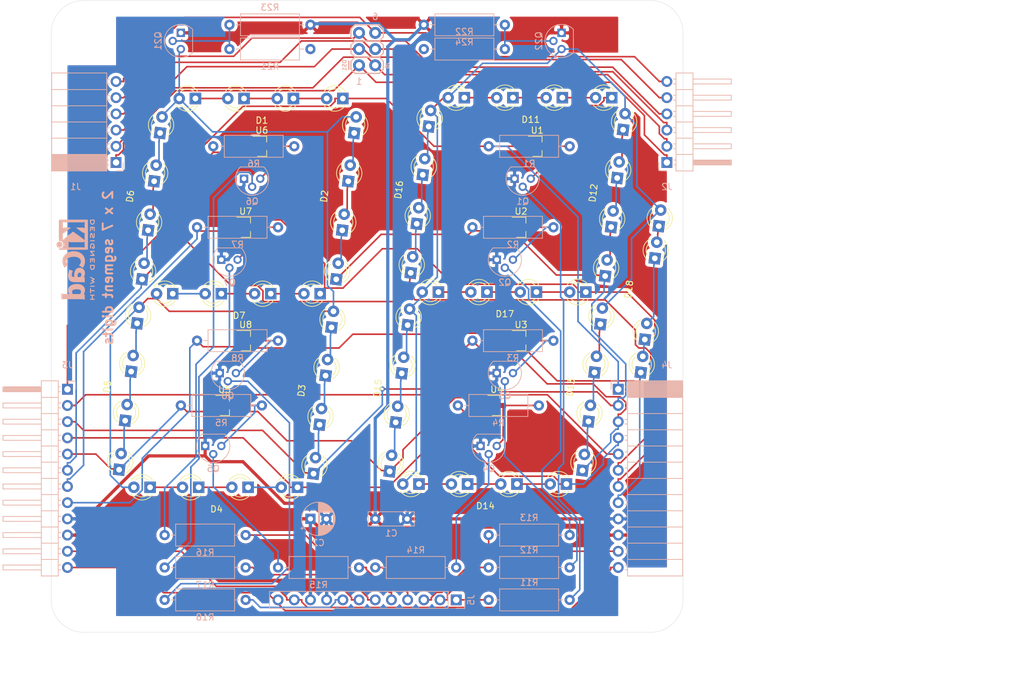
<source format=kicad_pcb>
(kicad_pcb (version 20171130) (host pcbnew 5.1.5-5.1.5)
  (layers (0 F.Cu signal) (31 B.Cu signal) (34 B.Paste user) (35 F.Paste user) (36 B.SilkS user) (37 F.SilkS user) (38 B.Mask user) (39 F.Mask user) (44 Edge.Cuts user))
  (net 0 "")
  (net 1 "Net-(D1-Pad2)")
  (net 2 "Net-(J1-Pad6)")
  (net 3 "Net-(J1-Pad5)")
  (net 4 "Net-(J1-Pad4)")
  (net 5 "Net-(J1-Pad3)")
  (net 6 "Net-(J1-Pad2)")
  (net 7 "Net-(J1-Pad1)")
  (net 8 "Net-(D11-Pad2)")
  (net 9 /A)
  (net 10 /B)
  (net 11 /C)
  (net 12 /D)
  (net 13 /E)
  (net 14 /F)
  (net 15 /G)
  (net 16 /P)
  (net 17 GND)
  (net 18 "Net-(Q1-Pad2)")
  (net 19 "Net-(Q2-Pad2)")
  (net 20 "Net-(Q3-Pad2)")
  (net 21 "Net-(Q4-Pad2)")
  (net 22 "Net-(Q5-Pad2)")
  (net 23 "Net-(Q6-Pad2)")
  (net 24 "Net-(Q7-Pad2)")
  (net 25 "Net-(Q8-Pad2)")
  (net 26 "Net-(J5-Pad8)")
  (net 27 "Net-(J5-Pad7)")
  (net 28 "Net-(J5-Pad6)")
  (net 29 "Net-(J5-Pad5)")
  (net 30 "Net-(J5-Pad4)")
  (net 31 "Net-(J5-Pad3)")
  (net 32 "Net-(J5-Pad2)")
  (net 33 "Net-(J5-Pad1)")
  (net 34 VCC)
  (net 35 "Net-(Q21-Pad2)")
  (net 36 "Net-(Q22-Pad2)")
  (net 37 "Net-(U1-Pad1)")
  (net 38 "Net-(U2-Pad1)")
  (net 39 "Net-(U3-Pad1)")
  (net 40 "Net-(U4-Pad1)")
  (net 41 "Net-(U5-Pad1)")
  (net 42 "Net-(U6-Pad1)")
  (net 43 "Net-(U7-Pad1)")
  (net 44 "Net-(U8-Pad1)")
  (net 45 "Net-(Q1-Pad3)")
  (net 46 "Net-(Q2-Pad3)")
  (net 47 "Net-(Q3-Pad3)")
  (net 48 "Net-(Q4-Pad3)")
  (net 49 "Net-(Q5-Pad3)")
  (net 50 "Net-(Q6-Pad3)")
  (net 51 "Net-(Q7-Pad3)")
  (net 52 "Net-(Q8-Pad3)")
  (net 53 "Net-(D1-Pad3)")
  (net 54 "Net-(D2-Pad3)")
  (net 55 "Net-(D3-Pad3)")
  (net 56 "Net-(D4-Pad3)")
  (net 57 "Net-(D5-Pad3)")
  (net 58 "Net-(D6-Pad3)")
  (net 59 "Net-(D7-Pad3)")
  (net 60 "Net-(D11-Pad3)")
  (net 61 "Net-(D12-Pad3)")
  (net 62 "Net-(D13-Pad3)")
  (net 63 "Net-(D14-Pad3)")
  (net 64 "Net-(D15-Pad3)")
  (net 65 "Net-(D16-Pad3)")
  (net 66 "Net-(D17-Pad3)")
  (net 67 "Net-(D18-Pad3)")
  (net 68 "Net-(D1-Pad5)")
  (net 69 "Net-(D1-Pad4)")
  (net 70 "Net-(D2-Pad5)")
  (net 71 "Net-(D2-Pad4)")
  (net 72 "Net-(D3-Pad5)")
  (net 73 "Net-(D3-Pad4)")
  (net 74 "Net-(D4-Pad5)")
  (net 75 "Net-(D4-Pad4)")
  (net 76 "Net-(D5-Pad4)")
  (net 77 "Net-(D6-Pad4)")
  (net 78 "Net-(D11-Pad5)")
  (net 79 "Net-(D11-Pad4)")
  (net 80 "Net-(D12-Pad5)")
  (net 81 "Net-(D12-Pad4)")
  (net 82 "Net-(D13-Pad5)")
  (net 83 "Net-(D13-Pad4)")
  (net 84 "Net-(D14-Pad5)")
  (net 85 "Net-(D14-Pad4)")
  (net 86 "Net-(D15-Pad4)")
  (net 87 "Net-(D16-Pad4)")
  (net 88 "Net-(D18-Pad4)")
  (net 89 "Net-(D5-Pad5)")
  (net 90 "Net-(D6-Pad5)")
  (net 91 "Net-(D7-Pad5)")
  (net 92 "Net-(D7-Pad4)")
  (net 93 "Net-(D15-Pad5)")
  (net 94 "Net-(D16-Pad5)")
  (net 95 "Net-(D17-Pad5)")
  (net 96 "Net-(D17-Pad4)")
  (net 97 "Net-(D18-Pad5)")
  (net 98 "Net-(R21-Pad2)")
  (net 99 "Net-(R22-Pad2)")
  (net 100 /12)
  (net 101 /11)
  (module Symbol:KiCad-Logo2_5mm_SilkScreen (layer B.Cu) (at 41.91 66.04 270)
    (fp_text reference REF** hide)
    (fp_text value KiCad-Logo2_5mm_SilkScreen hide)
  )
  (module Capacitor_THT:CP_Radial_D5.0mm_P2.50mm (layer B.Cu) (at 78.74 106.68)
    (fp_text reference C2 (at 1.25 3.75) (layer B.SilkS) (effects (justify mirror)))
    (fp_text value 47uF)
    (pad 2 thru_hole circle (at 2.5 0) (size 1.6 1.6) (drill 0.8) (layers *.Cu *.Mask) (net 17 GND))
    (pad 1 thru_hole rect (at 0 0) (size 1.6 1.6) (drill 0.8) (layers *.Cu *.Mask) (net 34 VCC))
  )
  (module Capacitor_THT:C_Rect_L7.0mm_W2.0mm_P5.00mm (layer B.Cu) (at 88.9 106.68)
    (fp_text reference C1 (at 2.5 2.25) (layer B.SilkS) (effects (justify mirror)))
    (fp_text value 100nF)
    (pad 2 thru_hole circle (at 5 0) (size 1.6 1.6) (drill 0.8) (layers *.Cu *.Mask) (net 17 GND))
    (pad 1 thru_hole circle (at 0 0) (size 1.6 1.6) (drill 0.8) (layers *.Cu *.Mask) (net 34 VCC))
  )
  (module Connector_PinSocket_2.54mm:PinSocket_1x12_P2.54mm_Horizontal (layer B.Cu) (at 127 86.36 180)
    (fp_text reference J4 (at -7.62 3.81) (layer B.SilkS) (effects (justify mirror)))
    (fp_text value RK)
    (pad 12 thru_hole oval (at 0 -27.94 180) (size 1.7 1.7) (drill 1) (layers *.Cu *.Mask) (net 100 /12))
    (pad 11 thru_hole oval (at 0 -25.4 180) (size 1.7 1.7) (drill 1) (layers *.Cu *.Mask) (net 101 /11))
    (pad 10 thru_hole oval (at 0 -22.86 180) (size 1.7 1.7) (drill 1) (layers *.Cu *.Mask) (net 34 VCC))
    (pad 9 thru_hole oval (at 0 -20.32 180) (size 1.7 1.7) (drill 1) (layers *.Cu *.Mask) (net 17 GND))
    (pad 8 thru_hole oval (at 0 -17.78 180) (size 1.7 1.7) (drill 1) (layers *.Cu *.Mask) (net 16 /P))
    (pad 7 thru_hole oval (at 0 -15.24 180) (size 1.7 1.7) (drill 1) (layers *.Cu *.Mask) (net 15 /G))
    (pad 6 thru_hole oval (at 0 -12.7 180) (size 1.7 1.7) (drill 1) (layers *.Cu *.Mask) (net 14 /F))
    (pad 5 thru_hole oval (at 0 -10.16 180) (size 1.7 1.7) (drill 1) (layers *.Cu *.Mask) (net 13 /E))
    (pad 4 thru_hole oval (at 0 -7.62 180) (size 1.7 1.7) (drill 1) (layers *.Cu *.Mask) (net 12 /D))
    (pad 3 thru_hole oval (at 0 -5.08 180) (size 1.7 1.7) (drill 1) (layers *.Cu *.Mask) (net 11 /C))
    (pad 2 thru_hole oval (at 0 -2.54 180) (size 1.7 1.7) (drill 1) (layers *.Cu *.Mask) (net 10 /B))
    (pad 1 thru_hole rect (at 0 0 180) (size 1.7 1.7) (drill 1) (layers *.Cu *.Mask) (net 9 /A))
  )
  (module Ken:LED_D3.0mm-colon (layer F.Cu) (at 132.08 71.12 83)
    (fp_text reference D18 (at 0 -3.429 83) (layer F.SilkS))
    (fp_text value P)
    (pad 5 thru_hole rect (at 10.414 0 83) (size 1.8 1.8) (drill 0.9) (layers *.Cu *.Mask) (net 97 "Net-(D18-Pad5)"))
    (pad 2 thru_hole circle (at 12.954 0 83) (size 1.8 1.8) (drill 0.9) (layers *.Cu *.Mask) (net 8 "Net-(D11-Pad2)"))
    (pad 4 thru_hole rect (at 5.334 0 83) (size 1.8 1.8) (drill 0.9) (layers *.Cu *.Mask) (net 88 "Net-(D18-Pad4)"))
    (pad 5 thru_hole circle (at 7.874 0 83) (size 1.8 1.8) (drill 0.9) (layers *.Cu *.Mask) (net 97 "Net-(D18-Pad5)"))
    (pad 3 thru_hole rect (at -7.493 0 83) (size 1.8 1.8) (drill 0.9) (layers *.Cu *.Mask) (net 67 "Net-(D18-Pad3)"))
    (pad 4 thru_hole circle (at -4.953 0 83) (size 1.8 1.8) (drill 0.9) (layers *.Cu *.Mask) (net 88 "Net-(D18-Pad4)"))
    (pad 3 thru_hole circle (at -10.16 0 83) (size 1.8 1.8) (drill 0.9) (layers *.Cu *.Mask) (net 67 "Net-(D18-Pad3)"))
    (pad 1 thru_hole rect (at -12.7 0 83) (size 1.8 1.8) (drill 0.9) (layers *.Cu *.Mask) (net 16 /P))
  )
  (module Connectors:2X3 (layer B.Cu) (at 86.36 35.56 90)
    (fp_text reference J6 (at 0 4.445 90) (layer B.SilkS) (effects (font (size 0.6096 0.6096) (thickness 0.127)) (justify mirror)))
    (fp_text value DS1 (at 0 -2.286 90) (layer B.SilkS) (effects (font (size 0.6096 0.6096) (thickness 0.127)) (justify mirror)))
    (pad 6 thru_hole circle (at 5.08 2.54 90) (size 1.8796 1.8796) (drill 1.016) (layers *.Cu *.Mask) (net 2 "Net-(J1-Pad6)"))
    (pad 5 thru_hole circle (at 5.08 0 90) (size 1.8796 1.8796) (drill 1.016) (layers *.Cu *.Mask) (net 3 "Net-(J1-Pad5)"))
    (pad 4 thru_hole circle (at 2.54 2.54 90) (size 1.8796 1.8796) (drill 1.016) (layers *.Cu *.Mask) (net 4 "Net-(J1-Pad4)"))
    (pad 3 thru_hole circle (at 2.54 0 90) (size 1.8796 1.8796) (drill 1.016) (layers *.Cu *.Mask) (net 5 "Net-(J1-Pad3)"))
    (pad 2 thru_hole circle (at 0 2.54 90) (size 1.8796 1.8796) (drill 1.016) (layers *.Cu *.Mask) (net 6 "Net-(J1-Pad2)"))
    (pad 1 thru_hole circle (at 0 0 90) (size 1.8796 1.8796) (drill 1.016) (layers *.Cu *.Mask) (net 7 "Net-(J1-Pad1)"))
  )
  (module MountingHole:MountingHole_3.5mm (layer F.Cu) (at 132.08 119.38)
    (fp_text reference H4 hide)
    (fp_text value MountingHole)
    (pad 1 np_thru_hole circle (at 0 0) (size 3.5 3.5) (drill 3.5) (layers *.Cu *.Mask))
  )
  (module MountingHole:MountingHole_3.5mm (layer F.Cu) (at 43.18 119.38)
    (fp_text reference H3 hide)
    (fp_text value MountingHole)
    (pad 1 np_thru_hole circle (at 0 0) (size 3.5 3.5) (drill 3.5) (layers *.Cu *.Mask))
  )
  (module MountingHole:MountingHole_3.5mm (layer F.Cu) (at 132.08 30.48)
    (fp_text reference H2 hide)
    (fp_text value MountingHole)
    (pad 1 np_thru_hole circle (at 0 0) (size 3.5 3.5) (drill 3.5) (layers *.Cu *.Mask))
  )
  (module MountingHole:MountingHole_3.5mm (layer F.Cu) (at 43.18 30.48)
    (fp_text reference H1 hide)
    (fp_text value MountingHole)
    (pad 1 np_thru_hole circle (at 0 0) (size 3.5 3.5) (drill 3.5) (layers *.Cu *.Mask))
  )
  (module Connector_PinHeader_2.54mm:PinHeader_1x12_P2.54mm_Horizontal (layer B.Cu) (at 40.64 86.36 180)
    (fp_text reference J3 (at 0 3.81) (layer B.SilkS) (effects (justify mirror)))
    (fp_text value LK)
    (pad 12 thru_hole oval (at 0 -27.94 180) (size 1.7 1.7) (drill 1) (layers *.Cu *.Mask) (net 100 /12))
    (pad 11 thru_hole oval (at 0 -25.4 180) (size 1.7 1.7) (drill 1) (layers *.Cu *.Mask) (net 101 /11))
    (pad 10 thru_hole oval (at 0 -22.86 180) (size 1.7 1.7) (drill 1) (layers *.Cu *.Mask) (net 34 VCC))
    (pad 9 thru_hole oval (at 0 -20.32 180) (size 1.7 1.7) (drill 1) (layers *.Cu *.Mask) (net 17 GND))
    (pad 8 thru_hole oval (at 0 -17.78 180) (size 1.7 1.7) (drill 1) (layers *.Cu *.Mask) (net 16 /P))
    (pad 7 thru_hole oval (at 0 -15.24 180) (size 1.7 1.7) (drill 1) (layers *.Cu *.Mask) (net 15 /G))
    (pad 6 thru_hole oval (at 0 -12.7 180) (size 1.7 1.7) (drill 1) (layers *.Cu *.Mask) (net 14 /F))
    (pad 5 thru_hole oval (at 0 -10.16 180) (size 1.7 1.7) (drill 1) (layers *.Cu *.Mask) (net 13 /E))
    (pad 4 thru_hole oval (at 0 -7.62 180) (size 1.7 1.7) (drill 1) (layers *.Cu *.Mask) (net 12 /D))
    (pad 3 thru_hole oval (at 0 -5.08 180) (size 1.7 1.7) (drill 1) (layers *.Cu *.Mask) (net 11 /C))
    (pad 2 thru_hole oval (at 0 -2.54 180) (size 1.7 1.7) (drill 1) (layers *.Cu *.Mask) (net 10 /B))
    (pad 1 thru_hole rect (at 0 0 180) (size 1.7 1.7) (drill 1) (layers *.Cu *.Mask) (net 9 /A))
  )
  (module Connector_PinHeader_2.54mm:PinHeader_1x06_P2.54mm_Horizontal (layer B.Cu) (at 134.62 50.8)
    (fp_text reference J2 (at 0 3.81) (layer B.SilkS) (effects (justify mirror)))
    (fp_text value RA)
    (pad 6 thru_hole oval (at 0 -12.7) (size 1.7 1.7) (drill 1) (layers *.Cu *.Mask) (net 2 "Net-(J1-Pad6)"))
    (pad 5 thru_hole oval (at 0 -10.16) (size 1.7 1.7) (drill 1) (layers *.Cu *.Mask) (net 3 "Net-(J1-Pad5)"))
    (pad 4 thru_hole oval (at 0 -7.62) (size 1.7 1.7) (drill 1) (layers *.Cu *.Mask) (net 4 "Net-(J1-Pad4)"))
    (pad 3 thru_hole oval (at 0 -5.08) (size 1.7 1.7) (drill 1) (layers *.Cu *.Mask) (net 5 "Net-(J1-Pad3)"))
    (pad 2 thru_hole oval (at 0 -2.54) (size 1.7 1.7) (drill 1) (layers *.Cu *.Mask) (net 6 "Net-(J1-Pad2)"))
    (pad 1 thru_hole rect (at 0 0) (size 1.7 1.7) (drill 1) (layers *.Cu *.Mask) (net 7 "Net-(J1-Pad1)"))
  )
  (module Connector_PinSocket_2.54mm:PinSocket_1x06_P2.54mm_Horizontal (layer B.Cu) (at 48.26 50.8)
    (fp_text reference J1 (at -6.35 3.81) (layer B.SilkS) (effects (justify mirror)))
    (fp_text value LA)
    (pad 6 thru_hole oval (at 0 -12.7) (size 1.7 1.7) (drill 1) (layers *.Cu *.Mask) (net 2 "Net-(J1-Pad6)"))
    (pad 5 thru_hole oval (at 0 -10.16) (size 1.7 1.7) (drill 1) (layers *.Cu *.Mask) (net 3 "Net-(J1-Pad5)"))
    (pad 4 thru_hole oval (at 0 -7.62) (size 1.7 1.7) (drill 1) (layers *.Cu *.Mask) (net 4 "Net-(J1-Pad4)"))
    (pad 3 thru_hole oval (at 0 -5.08) (size 1.7 1.7) (drill 1) (layers *.Cu *.Mask) (net 5 "Net-(J1-Pad3)"))
    (pad 2 thru_hole oval (at 0 -2.54) (size 1.7 1.7) (drill 1) (layers *.Cu *.Mask) (net 6 "Net-(J1-Pad2)"))
    (pad 1 thru_hole rect (at 0 0) (size 1.7 1.7) (drill 1) (layers *.Cu *.Mask) (net 7 "Net-(J1-Pad1)"))
  )
  (module Resistor_THT:R_Axial_DIN0309_L9.0mm_D3.2mm_P12.70mm_Horizontal (layer B.Cu) (at 96.52 29.21)
    (fp_text reference R24 (at 6.35 2.72) (layer B.SilkS) (effects (justify mirror)))
    (fp_text value 10k)
    (pad 2 thru_hole oval (at 12.7 0) (size 1.6 1.6) (drill 0.8) (layers *.Cu *.Mask) (net 36 "Net-(Q22-Pad2)"))
    (pad 1 thru_hole circle (at 0 0) (size 1.6 1.6) (drill 0.8) (layers *.Cu *.Mask) (net 34 VCC))
  )
  (module Resistor_THT:R_Axial_DIN0309_L9.0mm_D3.2mm_P12.70mm_Horizontal (layer B.Cu) (at 78.74 29.21 180)
    (fp_text reference R23 (at 6.35 2.72) (layer B.SilkS) (effects (justify mirror)))
    (fp_text value 10k)
    (pad 2 thru_hole oval (at 12.7 0 180) (size 1.6 1.6) (drill 0.8) (layers *.Cu *.Mask) (net 35 "Net-(Q21-Pad2)"))
    (pad 1 thru_hole circle (at 0 0 180) (size 1.6 1.6) (drill 0.8) (layers *.Cu *.Mask) (net 34 VCC))
  )
  (module Package_TO_SOT_SMD:SOT-23 (layer F.Cu) (at 68.58 78.74)
    (fp_text reference U8 (at 0 -2.5) (layer F.SilkS))
    (fp_text value 30mA)
    (pad 3 smd rect (at 1 0) (size 0.9 0.8) (layers F.Cu F.Paste F.Mask) (net 52 "Net-(Q8-Pad3)"))
    (pad 2 smd rect (at -1 0.95) (size 0.9 0.8) (layers F.Cu F.Paste F.Mask) (net 16 /P))
    (pad 1 smd rect (at -1 -0.95) (size 0.9 0.8) (layers F.Cu F.Paste F.Mask) (net 44 "Net-(U8-Pad1)"))
  )
  (module Package_TO_SOT_SMD:SOT-23 (layer F.Cu) (at 68.58 60.96)
    (fp_text reference U7 (at 0 -2.5) (layer F.SilkS))
    (fp_text value 30mA)
    (pad 3 smd rect (at 1 0) (size 0.9 0.8) (layers F.Cu F.Paste F.Mask) (net 51 "Net-(Q7-Pad3)"))
    (pad 2 smd rect (at -1 0.95) (size 0.9 0.8) (layers F.Cu F.Paste F.Mask) (net 15 /G))
    (pad 1 smd rect (at -1 -0.95) (size 0.9 0.8) (layers F.Cu F.Paste F.Mask) (net 43 "Net-(U7-Pad1)"))
  )
  (module Package_TO_SOT_SMD:SOT-23 (layer F.Cu) (at 71.12 48.26)
    (fp_text reference U6 (at 0 -2.5) (layer F.SilkS))
    (fp_text value 30mA)
    (pad 3 smd rect (at 1 0) (size 0.9 0.8) (layers F.Cu F.Paste F.Mask) (net 50 "Net-(Q6-Pad3)"))
    (pad 2 smd rect (at -1 0.95) (size 0.9 0.8) (layers F.Cu F.Paste F.Mask) (net 14 /F))
    (pad 1 smd rect (at -1 -0.95) (size 0.9 0.8) (layers F.Cu F.Paste F.Mask) (net 42 "Net-(U6-Pad1)"))
  )
  (module Package_TO_SOT_SMD:SOT-23 (layer F.Cu) (at 65.278 88.9)
    (fp_text reference U5 (at 0 -2.5) (layer F.SilkS))
    (fp_text value 30mA)
    (pad 3 smd rect (at 1 0) (size 0.9 0.8) (layers F.Cu F.Paste F.Mask) (net 49 "Net-(Q5-Pad3)"))
    (pad 2 smd rect (at -1 0.95) (size 0.9 0.8) (layers F.Cu F.Paste F.Mask) (net 13 /E))
    (pad 1 smd rect (at -1 -0.95) (size 0.9 0.8) (layers F.Cu F.Paste F.Mask) (net 41 "Net-(U5-Pad1)"))
  )
  (module Package_TO_SOT_SMD:SOT-23 (layer F.Cu) (at 107.95 88.9)
    (fp_text reference U4 (at 0 -2.5) (layer F.SilkS))
    (fp_text value 30mA)
    (pad 3 smd rect (at 1 0) (size 0.9 0.8) (layers F.Cu F.Paste F.Mask) (net 48 "Net-(Q4-Pad3)"))
    (pad 2 smd rect (at -1 0.95) (size 0.9 0.8) (layers F.Cu F.Paste F.Mask) (net 12 /D))
    (pad 1 smd rect (at -1 -0.95) (size 0.9 0.8) (layers F.Cu F.Paste F.Mask) (net 40 "Net-(U4-Pad1)"))
  )
  (module Package_TO_SOT_SMD:SOT-23 (layer F.Cu) (at 111.76 78.74)
    (fp_text reference U3 (at 0 -2.5) (layer F.SilkS))
    (fp_text value 30mA)
    (pad 3 smd rect (at 1 0) (size 0.9 0.8) (layers F.Cu F.Paste F.Mask) (net 47 "Net-(Q3-Pad3)"))
    (pad 2 smd rect (at -1 0.95) (size 0.9 0.8) (layers F.Cu F.Paste F.Mask) (net 11 /C))
    (pad 1 smd rect (at -1 -0.95) (size 0.9 0.8) (layers F.Cu F.Paste F.Mask) (net 39 "Net-(U3-Pad1)"))
  )
  (module Package_TO_SOT_SMD:SOT-23 (layer F.Cu) (at 111.76 60.96)
    (fp_text reference U2 (at 0 -2.5) (layer F.SilkS))
    (fp_text value 30mA)
    (pad 3 smd rect (at 1 0) (size 0.9 0.8) (layers F.Cu F.Paste F.Mask) (net 46 "Net-(Q2-Pad3)"))
    (pad 2 smd rect (at -1 0.95) (size 0.9 0.8) (layers F.Cu F.Paste F.Mask) (net 10 /B))
    (pad 1 smd rect (at -1 -0.95) (size 0.9 0.8) (layers F.Cu F.Paste F.Mask) (net 38 "Net-(U2-Pad1)"))
  )
  (module Package_TO_SOT_SMD:SOT-23 (layer F.Cu) (at 114.3 48.26)
    (fp_text reference U1 (at 0 -2.5) (layer F.SilkS))
    (fp_text value 30mA)
    (pad 3 smd rect (at 1 0) (size 0.9 0.8) (layers F.Cu F.Paste F.Mask) (net 45 "Net-(Q1-Pad3)"))
    (pad 2 smd rect (at -1 0.95) (size 0.9 0.8) (layers F.Cu F.Paste F.Mask) (net 9 /A))
    (pad 1 smd rect (at -1 -0.95) (size 0.9 0.8) (layers F.Cu F.Paste F.Mask) (net 37 "Net-(U1-Pad1)"))
  )
  (module Resistor_THT:R_Axial_DIN0309_L9.0mm_D3.2mm_P12.70mm_Horizontal (layer B.Cu) (at 109.22 33.02 180)
    (fp_text reference R22 (at 6.35 2.72) (layer B.SilkS) (effects (justify mirror)))
    (fp_text value 2k2)
    (pad 2 thru_hole oval (at 12.7 0 180) (size 1.6 1.6) (drill 0.8) (layers *.Cu *.Mask) (net 99 "Net-(R22-Pad2)"))
    (pad 1 thru_hole circle (at 0 0 180) (size 1.6 1.6) (drill 0.8) (layers *.Cu *.Mask) (net 36 "Net-(Q22-Pad2)"))
  )
  (module Resistor_THT:R_Axial_DIN0309_L9.0mm_D3.2mm_P12.70mm_Horizontal (layer B.Cu) (at 66.04 33.02)
    (fp_text reference R21 (at 6.35 2.72) (layer B.SilkS) (effects (justify mirror)))
    (fp_text value 2k2)
    (pad 2 thru_hole oval (at 12.7 0) (size 1.6 1.6) (drill 0.8) (layers *.Cu *.Mask) (net 98 "Net-(R21-Pad2)"))
    (pad 1 thru_hole circle (at 0 0) (size 1.6 1.6) (drill 0.8) (layers *.Cu *.Mask) (net 35 "Net-(Q21-Pad2)"))
  )
  (module Package_TO_SOT_THT:TO-92 (layer B.Cu) (at 118.11 30.48 270)
    (fp_text reference Q22 (at 1.27 3.56 90) (layer B.SilkS) (effects (justify mirror)))
    (fp_text value D1)
    (pad 1 thru_hole rect (at 0 0 180) (size 1.3 1.3) (drill 0.75) (layers *.Cu *.Mask) (net 34 VCC))
    (pad 3 thru_hole circle (at 2.54 0 180) (size 1.3 1.3) (drill 0.75) (layers *.Cu *.Mask) (net 8 "Net-(D11-Pad2)"))
    (pad 2 thru_hole circle (at 1.27 1.27 180) (size 1.3 1.3) (drill 0.75) (layers *.Cu *.Mask) (net 36 "Net-(Q22-Pad2)"))
  )
  (module Package_TO_SOT_THT:TO-92 (layer B.Cu) (at 58.42 30.48 270)
    (fp_text reference Q21 (at 1.27 3.56 90) (layer B.SilkS) (effects (justify mirror)))
    (fp_text value D1)
    (pad 1 thru_hole rect (at 0 0 180) (size 1.3 1.3) (drill 0.75) (layers *.Cu *.Mask) (net 34 VCC))
    (pad 3 thru_hole circle (at 2.54 0 180) (size 1.3 1.3) (drill 0.75) (layers *.Cu *.Mask) (net 1 "Net-(D1-Pad2)"))
    (pad 2 thru_hole circle (at 1.27 1.27 180) (size 1.3 1.3) (drill 0.75) (layers *.Cu *.Mask) (net 35 "Net-(Q21-Pad2)"))
  )
  (module Resistor_THT:R_Axial_DIN0309_L9.0mm_D3.2mm_P12.70mm_Horizontal (layer B.Cu) (at 55.88 119.38)
    (fp_text reference R18 (at 6.35 2.72) (layer B.SilkS) (effects (justify mirror)))
    (fp_text value 4k7)
    (pad 2 thru_hole oval (at 12.7 0) (size 1.6 1.6) (drill 0.8) (layers *.Cu *.Mask) (net 26 "Net-(J5-Pad8)"))
    (pad 1 thru_hole circle (at 0 0) (size 1.6 1.6) (drill 0.8) (layers *.Cu *.Mask) (net 25 "Net-(Q8-Pad2)"))
  )
  (module Resistor_THT:R_Axial_DIN0309_L9.0mm_D3.2mm_P12.70mm_Horizontal (layer B.Cu) (at 55.88 114.3)
    (fp_text reference R17 (at 6.35 2.72) (layer B.SilkS) (effects (justify mirror)))
    (fp_text value 4k7)
    (pad 2 thru_hole oval (at 12.7 0) (size 1.6 1.6) (drill 0.8) (layers *.Cu *.Mask) (net 27 "Net-(J5-Pad7)"))
    (pad 1 thru_hole circle (at 0 0) (size 1.6 1.6) (drill 0.8) (layers *.Cu *.Mask) (net 24 "Net-(Q7-Pad2)"))
  )
  (module Resistor_THT:R_Axial_DIN0309_L9.0mm_D3.2mm_P12.70mm_Horizontal (layer B.Cu) (at 55.88 109.22)
    (fp_text reference R16 (at 6.35 2.72) (layer B.SilkS) (effects (justify mirror)))
    (fp_text value 4k7)
    (pad 2 thru_hole oval (at 12.7 0) (size 1.6 1.6) (drill 0.8) (layers *.Cu *.Mask) (net 28 "Net-(J5-Pad6)"))
    (pad 1 thru_hole circle (at 0 0) (size 1.6 1.6) (drill 0.8) (layers *.Cu *.Mask) (net 23 "Net-(Q6-Pad2)"))
  )
  (module Resistor_THT:R_Axial_DIN0309_L9.0mm_D3.2mm_P12.70mm_Horizontal (layer B.Cu) (at 73.66 114.3)
    (fp_text reference R15 (at 6.35 2.72) (layer B.SilkS) (effects (justify mirror)))
    (fp_text value 4k7)
    (pad 2 thru_hole oval (at 12.7 0) (size 1.6 1.6) (drill 0.8) (layers *.Cu *.Mask) (net 29 "Net-(J5-Pad5)"))
    (pad 1 thru_hole circle (at 0 0) (size 1.6 1.6) (drill 0.8) (layers *.Cu *.Mask) (net 22 "Net-(Q5-Pad2)"))
  )
  (module Resistor_THT:R_Axial_DIN0309_L9.0mm_D3.2mm_P12.70mm_Horizontal (layer B.Cu) (at 101.6 114.3 180)
    (fp_text reference R14 (at 6.35 2.72) (layer B.SilkS) (effects (justify mirror)))
    (fp_text value 4k7)
    (pad 2 thru_hole oval (at 12.7 0 180) (size 1.6 1.6) (drill 0.8) (layers *.Cu *.Mask) (net 30 "Net-(J5-Pad4)"))
    (pad 1 thru_hole circle (at 0 0 180) (size 1.6 1.6) (drill 0.8) (layers *.Cu *.Mask) (net 21 "Net-(Q4-Pad2)"))
  )
  (module Resistor_THT:R_Axial_DIN0309_L9.0mm_D3.2mm_P12.70mm_Horizontal (layer B.Cu) (at 119.38 109.22 180)
    (fp_text reference R13 (at 6.35 2.72) (layer B.SilkS) (effects (justify mirror)))
    (fp_text value 4k7)
    (pad 2 thru_hole oval (at 12.7 0 180) (size 1.6 1.6) (drill 0.8) (layers *.Cu *.Mask) (net 31 "Net-(J5-Pad3)"))
    (pad 1 thru_hole circle (at 0 0 180) (size 1.6 1.6) (drill 0.8) (layers *.Cu *.Mask) (net 20 "Net-(Q3-Pad2)"))
  )
  (module Resistor_THT:R_Axial_DIN0309_L9.0mm_D3.2mm_P12.70mm_Horizontal (layer B.Cu) (at 119.38 114.3 180)
    (fp_text reference R12 (at 6.35 2.72) (layer B.SilkS) (effects (justify mirror)))
    (fp_text value 4k7)
    (pad 2 thru_hole oval (at 12.7 0 180) (size 1.6 1.6) (drill 0.8) (layers *.Cu *.Mask) (net 32 "Net-(J5-Pad2)"))
    (pad 1 thru_hole circle (at 0 0 180) (size 1.6 1.6) (drill 0.8) (layers *.Cu *.Mask) (net 19 "Net-(Q2-Pad2)"))
  )
  (module Resistor_THT:R_Axial_DIN0309_L9.0mm_D3.2mm_P12.70mm_Horizontal (layer B.Cu) (at 119.38 119.38 180)
    (fp_text reference R11 (at 6.35 2.72) (layer B.SilkS) (effects (justify mirror)))
    (fp_text value 4k7)
    (pad 2 thru_hole oval (at 12.7 0 180) (size 1.6 1.6) (drill 0.8) (layers *.Cu *.Mask) (net 33 "Net-(J5-Pad1)"))
    (pad 1 thru_hole circle (at 0 0 180) (size 1.6 1.6) (drill 0.8) (layers *.Cu *.Mask) (net 18 "Net-(Q1-Pad2)"))
  )
  (module Resistor_THT:R_Axial_DIN0309_L9.0mm_D3.2mm_P12.70mm_Horizontal (layer B.Cu) (at 60.96 78.74)
    (fp_text reference R8 (at 6.35 2.72) (layer B.SilkS) (effects (justify mirror)))
    (fp_text value 220)
    (pad 2 thru_hole oval (at 12.7 0) (size 1.6 1.6) (drill 0.8) (layers *.Cu *.Mask) (net 52 "Net-(Q8-Pad3)"))
    (pad 1 thru_hole circle (at 0 0) (size 1.6 1.6) (drill 0.8) (layers *.Cu *.Mask) (net 16 /P))
  )
  (module Resistor_THT:R_Axial_DIN0309_L9.0mm_D3.2mm_P12.70mm_Horizontal (layer B.Cu) (at 60.96 60.96)
    (fp_text reference R7 (at 6.35 2.72) (layer B.SilkS) (effects (justify mirror)))
    (fp_text value 220)
    (pad 2 thru_hole oval (at 12.7 0) (size 1.6 1.6) (drill 0.8) (layers *.Cu *.Mask) (net 51 "Net-(Q7-Pad3)"))
    (pad 1 thru_hole circle (at 0 0) (size 1.6 1.6) (drill 0.8) (layers *.Cu *.Mask) (net 15 /G))
  )
  (module Resistor_THT:R_Axial_DIN0309_L9.0mm_D3.2mm_P12.70mm_Horizontal (layer B.Cu) (at 63.5 48.26)
    (fp_text reference R6 (at 6.35 2.72) (layer B.SilkS) (effects (justify mirror)))
    (fp_text value 220)
    (pad 2 thru_hole oval (at 12.7 0) (size 1.6 1.6) (drill 0.8) (layers *.Cu *.Mask) (net 50 "Net-(Q6-Pad3)"))
    (pad 1 thru_hole circle (at 0 0) (size 1.6 1.6) (drill 0.8) (layers *.Cu *.Mask) (net 14 /F))
  )
  (module Resistor_THT:R_Axial_DIN0309_L9.0mm_D3.2mm_P12.70mm_Horizontal (layer B.Cu) (at 58.42 88.9)
    (fp_text reference R5 (at 6.35 2.72) (layer B.SilkS) (effects (justify mirror)))
    (fp_text value 220)
    (pad 2 thru_hole oval (at 12.7 0) (size 1.6 1.6) (drill 0.8) (layers *.Cu *.Mask) (net 49 "Net-(Q5-Pad3)"))
    (pad 1 thru_hole circle (at 0 0) (size 1.6 1.6) (drill 0.8) (layers *.Cu *.Mask) (net 13 /E))
  )
  (module Resistor_THT:R_Axial_DIN0309_L9.0mm_D3.2mm_P12.70mm_Horizontal (layer B.Cu) (at 101.854 88.9)
    (fp_text reference R4 (at 6.35 2.72) (layer B.SilkS) (effects (justify mirror)))
    (fp_text value 220)
    (pad 2 thru_hole oval (at 12.7 0) (size 1.6 1.6) (drill 0.8) (layers *.Cu *.Mask) (net 48 "Net-(Q4-Pad3)"))
    (pad 1 thru_hole circle (at 0 0) (size 1.6 1.6) (drill 0.8) (layers *.Cu *.Mask) (net 12 /D))
  )
  (module Resistor_THT:R_Axial_DIN0309_L9.0mm_D3.2mm_P12.70mm_Horizontal (layer B.Cu) (at 104.14 78.74)
    (fp_text reference R3 (at 6.35 2.72) (layer B.SilkS) (effects (justify mirror)))
    (fp_text value 220)
    (pad 2 thru_hole oval (at 12.7 0) (size 1.6 1.6) (drill 0.8) (layers *.Cu *.Mask) (net 47 "Net-(Q3-Pad3)"))
    (pad 1 thru_hole circle (at 0 0) (size 1.6 1.6) (drill 0.8) (layers *.Cu *.Mask) (net 11 /C))
  )
  (module Resistor_THT:R_Axial_DIN0309_L9.0mm_D3.2mm_P12.70mm_Horizontal (layer B.Cu) (at 104.14 60.96)
    (fp_text reference R2 (at 6.35 2.72) (layer B.SilkS) (effects (justify mirror)))
    (fp_text value 220)
    (pad 2 thru_hole oval (at 12.7 0) (size 1.6 1.6) (drill 0.8) (layers *.Cu *.Mask) (net 46 "Net-(Q2-Pad3)"))
    (pad 1 thru_hole circle (at 0 0) (size 1.6 1.6) (drill 0.8) (layers *.Cu *.Mask) (net 10 /B))
  )
  (module Resistor_THT:R_Axial_DIN0309_L9.0mm_D3.2mm_P12.70mm_Horizontal (layer B.Cu) (at 106.68 48.26)
    (fp_text reference R1 (at 6.35 2.72) (layer B.SilkS) (effects (justify mirror)))
    (fp_text value 220)
    (pad 2 thru_hole oval (at 12.7 0) (size 1.6 1.6) (drill 0.8) (layers *.Cu *.Mask) (net 45 "Net-(Q1-Pad3)"))
    (pad 1 thru_hole circle (at 0 0) (size 1.6 1.6) (drill 0.8) (layers *.Cu *.Mask) (net 9 /A))
  )
  (module Connector_PinHeader_2.54mm:PinHeader_1x12_P2.54mm_Vertical (layer B.Cu) (at 101.6 119.38 90)
    (fp_text reference J5 (at 0 2.33 270) (layer B.SilkS) (effects (justify mirror)))
    (fp_text value SS)
    (pad 12 thru_hole oval (at 0 -27.94 90) (size 1.7 1.7) (drill 1) (layers *.Cu *.Mask) (net 100 /12))
    (pad 11 thru_hole oval (at 0 -25.4 90) (size 1.7 1.7) (drill 1) (layers *.Cu *.Mask) (net 101 /11))
    (pad 10 thru_hole oval (at 0 -22.86 90) (size 1.7 1.7) (drill 1) (layers *.Cu *.Mask) (net 34 VCC))
    (pad 9 thru_hole oval (at 0 -20.32 90) (size 1.7 1.7) (drill 1) (layers *.Cu *.Mask) (net 17 GND))
    (pad 8 thru_hole oval (at 0 -17.78 90) (size 1.7 1.7) (drill 1) (layers *.Cu *.Mask) (net 26 "Net-(J5-Pad8)"))
    (pad 7 thru_hole oval (at 0 -15.24 90) (size 1.7 1.7) (drill 1) (layers *.Cu *.Mask) (net 27 "Net-(J5-Pad7)"))
    (pad 6 thru_hole oval (at 0 -12.7 90) (size 1.7 1.7) (drill 1) (layers *.Cu *.Mask) (net 28 "Net-(J5-Pad6)"))
    (pad 5 thru_hole oval (at 0 -10.16 90) (size 1.7 1.7) (drill 1) (layers *.Cu *.Mask) (net 29 "Net-(J5-Pad5)"))
    (pad 4 thru_hole oval (at 0 -7.62 90) (size 1.7 1.7) (drill 1) (layers *.Cu *.Mask) (net 30 "Net-(J5-Pad4)"))
    (pad 3 thru_hole oval (at 0 -5.08 90) (size 1.7 1.7) (drill 1) (layers *.Cu *.Mask) (net 31 "Net-(J5-Pad3)"))
    (pad 2 thru_hole oval (at 0 -2.54 90) (size 1.7 1.7) (drill 1) (layers *.Cu *.Mask) (net 32 "Net-(J5-Pad2)"))
    (pad 1 thru_hole rect (at 0 0 90) (size 1.7 1.7) (drill 1) (layers *.Cu *.Mask) (net 33 "Net-(J5-Pad1)"))
  )
  (module Package_TO_SOT_THT:TO-92 (layer B.Cu) (at 64.516 83.82)
    (fp_text reference Q8 (at 1.27 3.56) (layer B.SilkS) (effects (justify mirror)))
    (fp_text value P)
    (pad 1 thru_hole rect (at 0 0 270) (size 1.3 1.3) (drill 0.75) (layers *.Cu *.Mask) (net 17 GND))
    (pad 3 thru_hole circle (at 2.54 0 270) (size 1.3 1.3) (drill 0.75) (layers *.Cu *.Mask) (net 52 "Net-(Q8-Pad3)"))
    (pad 2 thru_hole circle (at 1.27 1.27 270) (size 1.3 1.3) (drill 0.75) (layers *.Cu *.Mask) (net 25 "Net-(Q8-Pad2)"))
  )
  (module Package_TO_SOT_THT:TO-92 (layer B.Cu) (at 64.77 66.04)
    (fp_text reference Q7 (at 1.27 3.56) (layer B.SilkS) (effects (justify mirror)))
    (fp_text value G)
    (pad 1 thru_hole rect (at 0 0 270) (size 1.3 1.3) (drill 0.75) (layers *.Cu *.Mask) (net 17 GND))
    (pad 3 thru_hole circle (at 2.54 0 270) (size 1.3 1.3) (drill 0.75) (layers *.Cu *.Mask) (net 51 "Net-(Q7-Pad3)"))
    (pad 2 thru_hole circle (at 1.27 1.27 270) (size 1.3 1.3) (drill 0.75) (layers *.Cu *.Mask) (net 24 "Net-(Q7-Pad2)"))
  )
  (module Package_TO_SOT_THT:TO-92 (layer B.Cu) (at 68.326 53.34)
    (fp_text reference Q6 (at 1.27 3.56) (layer B.SilkS) (effects (justify mirror)))
    (fp_text value F)
    (pad 1 thru_hole rect (at 0 0 270) (size 1.3 1.3) (drill 0.75) (layers *.Cu *.Mask) (net 17 GND))
    (pad 3 thru_hole circle (at 2.54 0 270) (size 1.3 1.3) (drill 0.75) (layers *.Cu *.Mask) (net 50 "Net-(Q6-Pad3)"))
    (pad 2 thru_hole circle (at 1.27 1.27 270) (size 1.3 1.3) (drill 0.75) (layers *.Cu *.Mask) (net 23 "Net-(Q6-Pad2)"))
  )
  (module Package_TO_SOT_THT:TO-92 (layer B.Cu) (at 62.23 95.25)
    (fp_text reference Q5 (at 1.27 3.56) (layer B.SilkS) (effects (justify mirror)))
    (fp_text value E)
    (pad 1 thru_hole rect (at 0 0 270) (size 1.3 1.3) (drill 0.75) (layers *.Cu *.Mask) (net 17 GND))
    (pad 3 thru_hole circle (at 2.54 0 270) (size 1.3 1.3) (drill 0.75) (layers *.Cu *.Mask) (net 49 "Net-(Q5-Pad3)"))
    (pad 2 thru_hole circle (at 1.27 1.27 270) (size 1.3 1.3) (drill 0.75) (layers *.Cu *.Mask) (net 22 "Net-(Q5-Pad2)"))
  )
  (module Package_TO_SOT_THT:TO-92 (layer B.Cu) (at 105.41 95.25)
    (fp_text reference Q4 (at 1.27 3.56) (layer B.SilkS) (effects (justify mirror)))
    (fp_text value D)
    (pad 1 thru_hole rect (at 0 0 270) (size 1.3 1.3) (drill 0.75) (layers *.Cu *.Mask) (net 17 GND))
    (pad 3 thru_hole circle (at 2.54 0 270) (size 1.3 1.3) (drill 0.75) (layers *.Cu *.Mask) (net 48 "Net-(Q4-Pad3)"))
    (pad 2 thru_hole circle (at 1.27 1.27 270) (size 1.3 1.3) (drill 0.75) (layers *.Cu *.Mask) (net 21 "Net-(Q4-Pad2)"))
  )
  (module Package_TO_SOT_THT:TO-92 (layer B.Cu) (at 107.95 83.82)
    (fp_text reference Q3 (at 1.27 3.56) (layer B.SilkS) (effects (justify mirror)))
    (fp_text value C)
    (pad 1 thru_hole rect (at 0 0 270) (size 1.3 1.3) (drill 0.75) (layers *.Cu *.Mask) (net 17 GND))
    (pad 3 thru_hole circle (at 2.54 0 270) (size 1.3 1.3) (drill 0.75) (layers *.Cu *.Mask) (net 47 "Net-(Q3-Pad3)"))
    (pad 2 thru_hole circle (at 1.27 1.27 270) (size 1.3 1.3) (drill 0.75) (layers *.Cu *.Mask) (net 20 "Net-(Q3-Pad2)"))
  )
  (module Package_TO_SOT_THT:TO-92 (layer B.Cu) (at 107.95 66.04)
    (fp_text reference Q2 (at 1.27 3.56) (layer B.SilkS) (effects (justify mirror)))
    (fp_text value B)
    (pad 1 thru_hole rect (at 0 0 270) (size 1.3 1.3) (drill 0.75) (layers *.Cu *.Mask) (net 17 GND))
    (pad 3 thru_hole circle (at 2.54 0 270) (size 1.3 1.3) (drill 0.75) (layers *.Cu *.Mask) (net 46 "Net-(Q2-Pad3)"))
    (pad 2 thru_hole circle (at 1.27 1.27 270) (size 1.3 1.3) (drill 0.75) (layers *.Cu *.Mask) (net 19 "Net-(Q2-Pad2)"))
  )
  (module Package_TO_SOT_THT:TO-92 (layer B.Cu) (at 110.744 53.34)
    (fp_text reference Q1 (at 1.27 3.56) (layer B.SilkS) (effects (justify mirror)))
    (fp_text value A)
    (pad 1 thru_hole rect (at 0 0 270) (size 1.3 1.3) (drill 0.75) (layers *.Cu *.Mask) (net 17 GND))
    (pad 3 thru_hole circle (at 2.54 0 270) (size 1.3 1.3) (drill 0.75) (layers *.Cu *.Mask) (net 45 "Net-(Q1-Pad3)"))
    (pad 2 thru_hole circle (at 1.27 1.27 270) (size 1.3 1.3) (drill 0.75) (layers *.Cu *.Mask) (net 18 "Net-(Q1-Pad2)"))
  )
  (module Ken:LED_D3.0mmx4 (layer F.Cu) (at 109.22 71.12 180)
    (fp_text reference D17 (at 0 -3.429) (layer F.SilkS))
    (fp_text value G)
    (pad 5 thru_hole rect (at 10.414 0 180) (size 1.8 1.8) (drill 0.9) (layers *.Cu *.Mask) (net 95 "Net-(D17-Pad5)"))
    (pad 2 thru_hole circle (at 12.954 0 180) (size 1.8 1.8) (drill 0.9) (layers *.Cu *.Mask) (net 8 "Net-(D11-Pad2)"))
    (pad 4 thru_hole rect (at 2.794 0 180) (size 1.8 1.8) (drill 0.9) (layers *.Cu *.Mask) (net 96 "Net-(D17-Pad4)"))
    (pad 5 thru_hole circle (at 5.334 0 180) (size 1.8 1.8) (drill 0.9) (layers *.Cu *.Mask) (net 95 "Net-(D17-Pad5)"))
    (pad 3 thru_hole rect (at -4.953 0 180) (size 1.8 1.8) (drill 0.9) (layers *.Cu *.Mask) (net 66 "Net-(D17-Pad3)"))
    (pad 4 thru_hole circle (at -2.413 0 180) (size 1.8 1.8) (drill 0.9) (layers *.Cu *.Mask) (net 96 "Net-(D17-Pad4)"))
    (pad 3 thru_hole circle (at -10.16 0 180) (size 1.8 1.8) (drill 0.9) (layers *.Cu *.Mask) (net 66 "Net-(D17-Pad3)"))
    (pad 1 thru_hole rect (at -12.7 0 180) (size 1.8 1.8) (drill 0.9) (layers *.Cu *.Mask) (net 15 /G))
  )
  (module Ken:LED_D3.0mmx4 (layer F.Cu) (at 96.012 55.499 83)
    (fp_text reference D16 (at 0 -3.429 83) (layer F.SilkS))
    (fp_text value F)
    (pad 5 thru_hole rect (at 10.414 0 83) (size 1.8 1.8) (drill 0.9) (layers *.Cu *.Mask) (net 94 "Net-(D16-Pad5)"))
    (pad 2 thru_hole circle (at 12.954 0 83) (size 1.8 1.8) (drill 0.9) (layers *.Cu *.Mask) (net 8 "Net-(D11-Pad2)"))
    (pad 4 thru_hole rect (at 2.794 0 83) (size 1.8 1.8) (drill 0.9) (layers *.Cu *.Mask) (net 87 "Net-(D16-Pad4)"))
    (pad 5 thru_hole circle (at 5.334 0 83) (size 1.8 1.8) (drill 0.9) (layers *.Cu *.Mask) (net 94 "Net-(D16-Pad5)"))
    (pad 3 thru_hole rect (at -4.953 0 83) (size 1.8 1.8) (drill 0.9) (layers *.Cu *.Mask) (net 65 "Net-(D16-Pad3)"))
    (pad 4 thru_hole circle (at -2.413 0 83) (size 1.8 1.8) (drill 0.9) (layers *.Cu *.Mask) (net 87 "Net-(D16-Pad4)"))
    (pad 3 thru_hole circle (at -10.16 0 83) (size 1.8 1.8) (drill 0.9) (layers *.Cu *.Mask) (net 65 "Net-(D16-Pad3)"))
    (pad 1 thru_hole rect (at -12.7 0 83) (size 1.8 1.8) (drill 0.9) (layers *.Cu *.Mask) (net 14 /F))
  )
  (module Ken:LED_D3.0mmx4 (layer F.Cu) (at 92.71 86.6325 83)
    (fp_text reference D15 (at 0 -3.429 83) (layer F.SilkS))
    (fp_text value E)
    (pad 5 thru_hole rect (at 10.414 0 83) (size 1.8 1.8) (drill 0.9) (layers *.Cu *.Mask) (net 93 "Net-(D15-Pad5)"))
    (pad 2 thru_hole circle (at 12.954 0 83) (size 1.8 1.8) (drill 0.9) (layers *.Cu *.Mask) (net 8 "Net-(D11-Pad2)"))
    (pad 4 thru_hole rect (at 2.794 0 83) (size 1.8 1.8) (drill 0.9) (layers *.Cu *.Mask) (net 86 "Net-(D15-Pad4)"))
    (pad 5 thru_hole circle (at 5.334 0 83) (size 1.8 1.8) (drill 0.9) (layers *.Cu *.Mask) (net 93 "Net-(D15-Pad5)"))
    (pad 3 thru_hole rect (at -4.953 0 83) (size 1.8 1.8) (drill 0.9) (layers *.Cu *.Mask) (net 64 "Net-(D15-Pad3)"))
    (pad 4 thru_hole circle (at -2.413 0 83) (size 1.8 1.8) (drill 0.9) (layers *.Cu *.Mask) (net 86 "Net-(D15-Pad4)"))
    (pad 3 thru_hole circle (at -10.16 0 83) (size 1.8 1.8) (drill 0.9) (layers *.Cu *.Mask) (net 64 "Net-(D15-Pad3)"))
    (pad 1 thru_hole rect (at -12.7 0 83) (size 1.8 1.8) (drill 0.9) (layers *.Cu *.Mask) (net 13 /E))
  )
  (module Ken:LED_D3.0mmx4 (layer F.Cu) (at 106.172 101.219 180)
    (fp_text reference D14 (at 0 -3.429) (layer F.SilkS))
    (fp_text value D)
    (pad 5 thru_hole rect (at 10.414 0 180) (size 1.8 1.8) (drill 0.9) (layers *.Cu *.Mask) (net 84 "Net-(D14-Pad5)"))
    (pad 2 thru_hole circle (at 12.954 0 180) (size 1.8 1.8) (drill 0.9) (layers *.Cu *.Mask) (net 8 "Net-(D11-Pad2)"))
    (pad 4 thru_hole rect (at 2.794 0 180) (size 1.8 1.8) (drill 0.9) (layers *.Cu *.Mask) (net 85 "Net-(D14-Pad4)"))
    (pad 5 thru_hole circle (at 5.334 0 180) (size 1.8 1.8) (drill 0.9) (layers *.Cu *.Mask) (net 84 "Net-(D14-Pad5)"))
    (pad 3 thru_hole rect (at -4.953 0 180) (size 1.8 1.8) (drill 0.9) (layers *.Cu *.Mask) (net 63 "Net-(D14-Pad3)"))
    (pad 4 thru_hole circle (at -2.413 0 180) (size 1.8 1.8) (drill 0.9) (layers *.Cu *.Mask) (net 85 "Net-(D14-Pad4)"))
    (pad 3 thru_hole circle (at -10.16 0 180) (size 1.8 1.8) (drill 0.9) (layers *.Cu *.Mask) (net 63 "Net-(D14-Pad3)"))
    (pad 1 thru_hole rect (at -12.7 0 180) (size 1.8 1.8) (drill 0.9) (layers *.Cu *.Mask) (net 12 /D))
  )
  (module Ken:LED_D3.0mmx4 (layer F.Cu) (at 122.936 86.487 83)
    (fp_text reference D13 (at 0 -3.429 83) (layer F.SilkS))
    (fp_text value C)
    (pad 5 thru_hole rect (at 10.414 0 83) (size 1.8 1.8) (drill 0.9) (layers *.Cu *.Mask) (net 82 "Net-(D13-Pad5)"))
    (pad 2 thru_hole circle (at 12.954 0 83) (size 1.8 1.8) (drill 0.9) (layers *.Cu *.Mask) (net 8 "Net-(D11-Pad2)"))
    (pad 4 thru_hole rect (at 2.794 0 83) (size 1.8 1.8) (drill 0.9) (layers *.Cu *.Mask) (net 83 "Net-(D13-Pad4)"))
    (pad 5 thru_hole circle (at 5.334 0 83) (size 1.8 1.8) (drill 0.9) (layers *.Cu *.Mask) (net 82 "Net-(D13-Pad5)"))
    (pad 3 thru_hole rect (at -4.953 0 83) (size 1.8 1.8) (drill 0.9) (layers *.Cu *.Mask) (net 62 "Net-(D13-Pad3)"))
    (pad 4 thru_hole circle (at -2.413 0 83) (size 1.8 1.8) (drill 0.9) (layers *.Cu *.Mask) (net 83 "Net-(D13-Pad4)"))
    (pad 3 thru_hole circle (at -10.16 0 83) (size 1.8 1.8) (drill 0.9) (layers *.Cu *.Mask) (net 62 "Net-(D13-Pad3)"))
    (pad 1 thru_hole rect (at -12.7 0 83) (size 1.8 1.8) (drill 0.9) (layers *.Cu *.Mask) (net 11 /C))
  )
  (module Ken:LED_D3.0mmx4 (layer F.Cu) (at 126.492 56.007 83)
    (fp_text reference D12 (at 0 -3.429 83) (layer F.SilkS))
    (fp_text value B)
    (pad 5 thru_hole rect (at 10.414 0 83) (size 1.8 1.8) (drill 0.9) (layers *.Cu *.Mask) (net 80 "Net-(D12-Pad5)"))
    (pad 2 thru_hole circle (at 12.954 0 83) (size 1.8 1.8) (drill 0.9) (layers *.Cu *.Mask) (net 8 "Net-(D11-Pad2)"))
    (pad 4 thru_hole rect (at 2.794 0 83) (size 1.8 1.8) (drill 0.9) (layers *.Cu *.Mask) (net 81 "Net-(D12-Pad4)"))
    (pad 5 thru_hole circle (at 5.334 0 83) (size 1.8 1.8) (drill 0.9) (layers *.Cu *.Mask) (net 80 "Net-(D12-Pad5)"))
    (pad 3 thru_hole rect (at -4.953 0 83) (size 1.8 1.8) (drill 0.9) (layers *.Cu *.Mask) (net 61 "Net-(D12-Pad3)"))
    (pad 4 thru_hole circle (at -2.413 0 83) (size 1.8 1.8) (drill 0.9) (layers *.Cu *.Mask) (net 81 "Net-(D12-Pad4)"))
    (pad 3 thru_hole circle (at -10.16 0 83) (size 1.8 1.8) (drill 0.9) (layers *.Cu *.Mask) (net 61 "Net-(D12-Pad3)"))
    (pad 1 thru_hole rect (at -12.7 0 83) (size 1.8 1.8) (drill 0.9) (layers *.Cu *.Mask) (net 10 /B))
  )
  (module Ken:LED_D3.0mmx4 (layer F.Cu) (at 113.284 40.64 180)
    (fp_text reference D11 (at 0 -3.429) (layer F.SilkS))
    (fp_text value A)
    (pad 5 thru_hole rect (at 10.414 0 180) (size 1.8 1.8) (drill 0.9) (layers *.Cu *.Mask) (net 78 "Net-(D11-Pad5)"))
    (pad 2 thru_hole circle (at 12.954 0 180) (size 1.8 1.8) (drill 0.9) (layers *.Cu *.Mask) (net 8 "Net-(D11-Pad2)"))
    (pad 4 thru_hole rect (at 2.794 0 180) (size 1.8 1.8) (drill 0.9) (layers *.Cu *.Mask) (net 79 "Net-(D11-Pad4)"))
    (pad 5 thru_hole circle (at 5.334 0 180) (size 1.8 1.8) (drill 0.9) (layers *.Cu *.Mask) (net 78 "Net-(D11-Pad5)"))
    (pad 3 thru_hole rect (at -4.953 0 180) (size 1.8 1.8) (drill 0.9) (layers *.Cu *.Mask) (net 60 "Net-(D11-Pad3)"))
    (pad 4 thru_hole circle (at -2.413 0 180) (size 1.8 1.8) (drill 0.9) (layers *.Cu *.Mask) (net 79 "Net-(D11-Pad4)"))
    (pad 3 thru_hole circle (at -10.16 0 180) (size 1.8 1.8) (drill 0.9) (layers *.Cu *.Mask) (net 60 "Net-(D11-Pad3)"))
    (pad 1 thru_hole rect (at -12.7 0 180) (size 1.8 1.8) (drill 0.9) (layers *.Cu *.Mask) (net 9 /A))
  )
  (module Ken:LED_D3.0mmx4 (layer F.Cu) (at 67.564 71.374 180)
    (fp_text reference D7 (at 0 -3.429) (layer F.SilkS))
    (fp_text value G)
    (pad 5 thru_hole rect (at 10.414 0 180) (size 1.8 1.8) (drill 0.9) (layers *.Cu *.Mask) (net 91 "Net-(D7-Pad5)"))
    (pad 2 thru_hole circle (at 12.954 0 180) (size 1.8 1.8) (drill 0.9) (layers *.Cu *.Mask) (net 1 "Net-(D1-Pad2)"))
    (pad 4 thru_hole rect (at 2.794 0 180) (size 1.8 1.8) (drill 0.9) (layers *.Cu *.Mask) (net 92 "Net-(D7-Pad4)"))
    (pad 5 thru_hole circle (at 5.334 0 180) (size 1.8 1.8) (drill 0.9) (layers *.Cu *.Mask) (net 91 "Net-(D7-Pad5)"))
    (pad 3 thru_hole rect (at -4.953 0 180) (size 1.8 1.8) (drill 0.9) (layers *.Cu *.Mask) (net 59 "Net-(D7-Pad3)"))
    (pad 4 thru_hole circle (at -2.413 0 180) (size 1.8 1.8) (drill 0.9) (layers *.Cu *.Mask) (net 92 "Net-(D7-Pad4)"))
    (pad 3 thru_hole circle (at -10.16 0 180) (size 1.8 1.8) (drill 0.9) (layers *.Cu *.Mask) (net 59 "Net-(D7-Pad3)"))
    (pad 1 thru_hole rect (at -12.7 0 180) (size 1.8 1.8) (drill 0.9) (layers *.Cu *.Mask) (net 15 /G))
  )
  (module Ken:LED_D3.0mmx4 (layer F.Cu) (at 53.8937 56.515 83)
    (fp_text reference D6 (at 0 -3.429 83) (layer F.SilkS))
    (fp_text value F)
    (pad 5 thru_hole rect (at 10.414 0 83) (size 1.8 1.8) (drill 0.9) (layers *.Cu *.Mask) (net 90 "Net-(D6-Pad5)"))
    (pad 2 thru_hole circle (at 12.954 0 83) (size 1.8 1.8) (drill 0.9) (layers *.Cu *.Mask) (net 1 "Net-(D1-Pad2)"))
    (pad 4 thru_hole rect (at 2.794 0 83) (size 1.8 1.8) (drill 0.9) (layers *.Cu *.Mask) (net 77 "Net-(D6-Pad4)"))
    (pad 5 thru_hole circle (at 5.334 0 83) (size 1.8 1.8) (drill 0.9) (layers *.Cu *.Mask) (net 90 "Net-(D6-Pad5)"))
    (pad 3 thru_hole rect (at -4.953 0 83) (size 1.8 1.8) (drill 0.9) (layers *.Cu *.Mask) (net 58 "Net-(D6-Pad3)"))
    (pad 4 thru_hole circle (at -2.413 0 83) (size 1.8 1.8) (drill 0.9) (layers *.Cu *.Mask) (net 77 "Net-(D6-Pad4)"))
    (pad 3 thru_hole circle (at -10.16 0 83) (size 1.8 1.8) (drill 0.9) (layers *.Cu *.Mask) (net 58 "Net-(D6-Pad3)"))
    (pad 1 thru_hole rect (at -12.7 0 83) (size 1.8 1.8) (drill 0.9) (layers *.Cu *.Mask) (net 14 /F))
  )
  (module Ken:LED_D3.0mmx4 (layer F.Cu) (at 50.292 86.36 83)
    (fp_text reference D5 (at 0 -3.429 83) (layer F.SilkS))
    (fp_text value E)
    (pad 5 thru_hole rect (at 10.414 0 83) (size 1.8 1.8) (drill 0.9) (layers *.Cu *.Mask) (net 89 "Net-(D5-Pad5)"))
    (pad 2 thru_hole circle (at 12.954 0 83) (size 1.8 1.8) (drill 0.9) (layers *.Cu *.Mask) (net 1 "Net-(D1-Pad2)"))
    (pad 4 thru_hole rect (at 2.794 0 83) (size 1.8 1.8) (drill 0.9) (layers *.Cu *.Mask) (net 76 "Net-(D5-Pad4)"))
    (pad 5 thru_hole circle (at 5.334 0 83) (size 1.8 1.8) (drill 0.9) (layers *.Cu *.Mask) (net 89 "Net-(D5-Pad5)"))
    (pad 3 thru_hole rect (at -4.953 0 83) (size 1.8 1.8) (drill 0.9) (layers *.Cu *.Mask) (net 57 "Net-(D5-Pad3)"))
    (pad 4 thru_hole circle (at -2.413 0 83) (size 1.8 1.8) (drill 0.9) (layers *.Cu *.Mask) (net 76 "Net-(D5-Pad4)"))
    (pad 3 thru_hole circle (at -10.16 0 83) (size 1.8 1.8) (drill 0.9) (layers *.Cu *.Mask) (net 57 "Net-(D5-Pad3)"))
    (pad 1 thru_hole rect (at -12.7 0 83) (size 1.8 1.8) (drill 0.9) (layers *.Cu *.Mask) (net 13 /E))
  )
  (module Ken:LED_D3.0mmx4 (layer F.Cu) (at 64.008 101.727 180)
    (fp_text reference D4 (at 0 -3.429) (layer F.SilkS))
    (fp_text value D)
    (pad 5 thru_hole rect (at 10.414 0 180) (size 1.8 1.8) (drill 0.9) (layers *.Cu *.Mask) (net 74 "Net-(D4-Pad5)"))
    (pad 2 thru_hole circle (at 12.954 0 180) (size 1.8 1.8) (drill 0.9) (layers *.Cu *.Mask) (net 1 "Net-(D1-Pad2)"))
    (pad 4 thru_hole rect (at 2.794 0 180) (size 1.8 1.8) (drill 0.9) (layers *.Cu *.Mask) (net 75 "Net-(D4-Pad4)"))
    (pad 5 thru_hole circle (at 5.334 0 180) (size 1.8 1.8) (drill 0.9) (layers *.Cu *.Mask) (net 74 "Net-(D4-Pad5)"))
    (pad 3 thru_hole rect (at -4.953 0 180) (size 1.8 1.8) (drill 0.9) (layers *.Cu *.Mask) (net 56 "Net-(D4-Pad3)"))
    (pad 4 thru_hole circle (at -2.413 0 180) (size 1.8 1.8) (drill 0.9) (layers *.Cu *.Mask) (net 75 "Net-(D4-Pad4)"))
    (pad 3 thru_hole circle (at -10.16 0 180) (size 1.8 1.8) (drill 0.9) (layers *.Cu *.Mask) (net 56 "Net-(D4-Pad3)"))
    (pad 1 thru_hole rect (at -12.7 0 180) (size 1.8 1.8) (drill 0.9) (layers *.Cu *.Mask) (net 12 /D))
  )
  (module Ken:LED_D3.0mmx4 (layer F.Cu) (at 80.772 86.995 83)
    (fp_text reference D3 (at 0 -3.429 83) (layer F.SilkS))
    (fp_text value C)
    (pad 5 thru_hole rect (at 10.414 0 83) (size 1.8 1.8) (drill 0.9) (layers *.Cu *.Mask) (net 72 "Net-(D3-Pad5)"))
    (pad 2 thru_hole circle (at 12.954 0 83) (size 1.8 1.8) (drill 0.9) (layers *.Cu *.Mask) (net 1 "Net-(D1-Pad2)"))
    (pad 4 thru_hole rect (at 2.794 0 83) (size 1.8 1.8) (drill 0.9) (layers *.Cu *.Mask) (net 73 "Net-(D3-Pad4)"))
    (pad 5 thru_hole circle (at 5.334 0 83) (size 1.8 1.8) (drill 0.9) (layers *.Cu *.Mask) (net 72 "Net-(D3-Pad5)"))
    (pad 3 thru_hole rect (at -4.953 0 83) (size 1.8 1.8) (drill 0.9) (layers *.Cu *.Mask) (net 55 "Net-(D3-Pad3)"))
    (pad 4 thru_hole circle (at -2.413 0 83) (size 1.8 1.8) (drill 0.9) (layers *.Cu *.Mask) (net 73 "Net-(D3-Pad4)"))
    (pad 3 thru_hole circle (at -10.16 0 83) (size 1.8 1.8) (drill 0.9) (layers *.Cu *.Mask) (net 55 "Net-(D3-Pad3)"))
    (pad 1 thru_hole rect (at -12.7 0 83) (size 1.8 1.8) (drill 0.9) (layers *.Cu *.Mask) (net 11 /C))
  )
  (module Ken:LED_D3.0mmx4 (layer F.Cu) (at 84.328 56.515 83)
    (fp_text reference D2 (at 0 -3.429 83) (layer F.SilkS))
    (fp_text value B)
    (pad 5 thru_hole rect (at 10.414 0 83) (size 1.8 1.8) (drill 0.9) (layers *.Cu *.Mask) (net 70 "Net-(D2-Pad5)"))
    (pad 2 thru_hole circle (at 12.954 0 83) (size 1.8 1.8) (drill 0.9) (layers *.Cu *.Mask) (net 1 "Net-(D1-Pad2)"))
    (pad 4 thru_hole rect (at 2.794 0 83) (size 1.8 1.8) (drill 0.9) (layers *.Cu *.Mask) (net 71 "Net-(D2-Pad4)"))
    (pad 5 thru_hole circle (at 5.334 0 83) (size 1.8 1.8) (drill 0.9) (layers *.Cu *.Mask) (net 70 "Net-(D2-Pad5)"))
    (pad 3 thru_hole rect (at -4.953 0 83) (size 1.8 1.8) (drill 0.9) (layers *.Cu *.Mask) (net 54 "Net-(D2-Pad3)"))
    (pad 4 thru_hole circle (at -2.413 0 83) (size 1.8 1.8) (drill 0.9) (layers *.Cu *.Mask) (net 71 "Net-(D2-Pad4)"))
    (pad 3 thru_hole circle (at -10.16 0 83) (size 1.8 1.8) (drill 0.9) (layers *.Cu *.Mask) (net 54 "Net-(D2-Pad3)"))
    (pad 1 thru_hole rect (at -12.7 0 83) (size 1.8 1.8) (drill 0.9) (layers *.Cu *.Mask) (net 10 /B))
  )
  (module Ken:LED_D3.0mmx4 (layer F.Cu) (at 71.12 40.767 180)
    (fp_text reference D1 (at 0 -3.429) (layer F.SilkS))
    (fp_text value A)
    (pad 5 thru_hole rect (at 10.414 0 180) (size 1.8 1.8) (drill 0.9) (layers *.Cu *.Mask) (net 68 "Net-(D1-Pad5)"))
    (pad 2 thru_hole circle (at 12.954 0 180) (size 1.8 1.8) (drill 0.9) (layers *.Cu *.Mask) (net 1 "Net-(D1-Pad2)"))
    (pad 4 thru_hole rect (at 2.794 0 180) (size 1.8 1.8) (drill 0.9) (layers *.Cu *.Mask) (net 69 "Net-(D1-Pad4)"))
    (pad 5 thru_hole circle (at 5.334 0 180) (size 1.8 1.8) (drill 0.9) (layers *.Cu *.Mask) (net 68 "Net-(D1-Pad5)"))
    (pad 3 thru_hole rect (at -4.953 0 180) (size 1.8 1.8) (drill 0.9) (layers *.Cu *.Mask) (net 53 "Net-(D1-Pad3)"))
    (pad 4 thru_hole circle (at -2.413 0 180) (size 1.8 1.8) (drill 0.9) (layers *.Cu *.Mask) (net 69 "Net-(D1-Pad4)"))
    (pad 3 thru_hole circle (at -10.16 0 180) (size 1.8 1.8) (drill 0.9) (layers *.Cu *.Mask) (net 53 "Net-(D1-Pad3)"))
    (pad 1 thru_hole rect (at -12.7 0 180) (size 1.8 1.8) (drill 0.9) (layers *.Cu *.Mask) (net 9 /A))
  )
  (gr_text 6 (at 88.9 27.94) (layer B.SilkS) (effects (font (size 1 1)) (justify mirror)))
  (gr_text 1 (at 86.36 38.1) (layer B.SilkS) (effects (font (size 1 1)) (justify mirror)))
  (gr_text "2 x 7 segment digits" (at 46.99 67.31 90) (layer B.SilkS) (effects (font (size 1.5 1.5) (thickness 0.3)) (justify mirror)))
  (gr_line (start 38.1 30.48) (end 38.1 119.38) (layer Edge.Cuts) (width 0.05))
  (gr_line (start 132.08 25.4) (end 43.18 25.4) (layer Edge.Cuts) (width 0.05))
  (gr_line (start 137.16 119.38) (end 137.16 30.48) (layer Edge.Cuts) (width 0.05))
  (gr_line (start 43.18 124.46) (end 132.08 124.46) (layer Edge.Cuts) (width 0.05))
  (gr_arc (start 132.08 119.38) (end 132.08 124.46) (angle -90) (layer Edge.Cuts) (width 0.05))
  (gr_arc (start 43.18 119.38) (end 38.1 119.38) (angle -90) (layer Edge.Cuts) (width 0.05))
  (gr_arc (start 43.18 30.48) (end 43.18 25.4) (angle -90) (layer Edge.Cuts) (width 0.05))
  (gr_arc (start 132.08 30.48) (end 137.16 30.48) (angle -90) (layer Edge.Cuts) (width 0.05))
  (segment (start 51.8707 73.5026) (end 51.7701 73.5026) (width 0.25) (layer B.Cu) (net 1))
  (segment (start 51.7701 73.5026) (end 47.3652 77.9075) (width 0.25) (layer B.Cu) (net 1))
  (segment (start 47.3652 77.9075) (end 47.3652 99.8456) (width 0.25) (layer B.Cu) (net 1))
  (segment (start 47.3652 99.8456) (end 49.2466 101.727) (width 0.25) (layer B.Cu) (net 1))
  (segment (start 49.2466 101.727) (end 51.054 101.727) (width 0.25) (layer B.Cu) (net 1))
  (segment (start 54.61 72.1439) (end 53.2294 72.1439) (width 0.25) (layer F.Cu) (net 1))
  (segment (start 53.2294 72.1439) (end 51.8707 73.5026) (width 0.25) (layer F.Cu) (net 1))
  (segment (start 82.3507 74.1376) (end 56.6037 74.1376) (width 0.25) (layer F.Cu) (net 1))
  (segment (start 56.6037 74.1376) (end 54.61 72.1439) (width 0.25) (layer F.Cu) (net 1))
  (segment (start 54.61 72.1439) (end 54.61 71.374) (width 0.25) (layer F.Cu) (net 1))
  (segment (start 58.166 40.767) (end 55.4724 43.4606) (width 0.25) (layer B.Cu) (net 1))
  (segment (start 55.4724 43.4606) (end 55.4724 43.6576) (width 0.25) (layer B.Cu) (net 1))
  (segment (start 58.166 40.767) (end 58.166 33.274) (width 0.25) (layer B.Cu) (net 1))
  (segment (start 58.166 33.274) (end 58.42 33.02) (width 0.25) (layer B.Cu) (net 1))
  (segment (start 81.4 45.996) (end 63.395 45.996) (width 0.25) (layer B.Cu) (net 1))
  (segment (start 63.395 45.996) (end 58.166 40.767) (width 0.25) (layer B.Cu) (net 1))
  (segment (start 85.9067 43.6576) (end 83.7384 43.6576) (width 0.25) (layer B.Cu) (net 1))
  (segment (start 83.7384 43.6576) (end 81.4 45.996) (width 0.25) (layer B.Cu) (net 1))
  (segment (start 81.4 45.996) (end 81.4 70.089) (width 0.25) (layer B.Cu) (net 1))
  (segment (start 81.4 70.089) (end 82.3507 71.0397) (width 0.25) (layer B.Cu) (net 1))
  (segment (start 82.3507 71.0397) (end 82.3507 74.1376) (width 0.25) (layer B.Cu) (net 1))
  (segment (start 48.26 38.1) (end 49.4353 38.1) (width 0.25) (layer F.Cu) (net 2))
  (segment (start 49.4353 38.1) (end 49.4353 37.6593) (width 0.25) (layer F.Cu) (net 2))
  (segment (start 49.4353 37.6593) (end 59.0411 28.0535) (width 0.25) (layer F.Cu) (net 2))
  (segment (start 59.0411 28.0535) (end 86.4735 28.0535) (width 0.25) (layer F.Cu) (net 2))
  (segment (start 86.4735 28.0535) (end 88.9 30.48) (width 0.25) (layer F.Cu) (net 2))
  (segment (start 88.9 30.48) (end 96.8574 30.48) (width 0.25) (layer F.Cu) (net 2))
  (segment (start 96.8574 30.48) (end 100.5878 34.2104) (width 0.25) (layer F.Cu) (net 2))
  (segment (start 100.5878 34.2104) (end 129.5551 34.2104) (width 0.25) (layer F.Cu) (net 2))
  (segment (start 129.5551 34.2104) (end 133.4447 38.1) (width 0.25) (layer F.Cu) (net 2))
  (segment (start 134.62 38.1) (end 133.4447 38.1) (width 0.25) (layer F.Cu) (net 2))
  (segment (start 86.36 30.48) (end 87.63 31.75) (width 0.25) (layer F.Cu) (net 3))
  (segment (start 87.63 31.75) (end 93.6584 31.75) (width 0.25) (layer F.Cu) (net 3))
  (segment (start 93.6584 31.75) (end 96.5692 34.6608) (width 0.25) (layer F.Cu) (net 3))
  (segment (start 96.5692 34.6608) (end 127.4655 34.6608) (width 0.25) (layer F.Cu) (net 3))
  (segment (start 127.4655 34.6608) (end 133.4447 40.64) (width 0.25) (layer F.Cu) (net 3))
  (segment (start 134.62 40.64) (end 133.4447 40.64) (width 0.25) (layer F.Cu) (net 3))
  (segment (start 49.4353 40.64) (end 55.9236 34.1517) (width 0.25) (layer F.Cu) (net 3))
  (segment (start 55.9236 34.1517) (end 66.715 34.1517) (width 0.25) (layer F.Cu) (net 3))
  (segment (start 66.715 34.1517) (end 69.5672 31.2995) (width 0.25) (layer F.Cu) (net 3))
  (segment (start 69.5672 31.2995) (end 85.5405 31.2995) (width 0.25) (layer F.Cu) (net 3))
  (segment (start 85.5405 31.2995) (end 86.36 30.48) (width 0.25) (layer F.Cu) (net 3))
  (segment (start 48.26 40.64) (end 49.4353 40.64) (width 0.25) (layer F.Cu) (net 3))
  (segment (start 48.26 43.18) (end 49.4353 43.18) (width 0.25) (layer F.Cu) (net 4))
  (segment (start 49.4353 43.18) (end 57.5178 35.0975) (width 0.25) (layer F.Cu) (net 4))
  (segment (start 57.5178 35.0975) (end 73.9734 35.0975) (width 0.25) (layer F.Cu) (net 4))
  (segment (start 73.9734 35.0975) (end 77.3209 31.75) (width 0.25) (layer F.Cu) (net 4))
  (segment (start 77.3209 31.75) (end 86.9362 31.75) (width 0.25) (layer F.Cu) (net 4))
  (segment (start 86.9362 31.75) (end 88.2062 33.02) (width 0.25) (layer F.Cu) (net 4))
  (segment (start 88.2062 33.02) (end 88.9 33.02) (width 0.25) (layer F.Cu) (net 4))
  (segment (start 88.9 33.02) (end 94.2147 33.02) (width 0.25) (layer F.Cu) (net 4))
  (segment (start 94.2147 33.02) (end 97.0512 35.8565) (width 0.25) (layer F.Cu) (net 4))
  (segment (start 97.0512 35.8565) (end 126.1212 35.8565) (width 0.25) (layer F.Cu) (net 4))
  (segment (start 126.1212 35.8565) (end 133.4447 43.18) (width 0.25) (layer F.Cu) (net 4))
  (segment (start 134.62 43.18) (end 133.4447 43.18) (width 0.25) (layer F.Cu) (net 4))
  (segment (start 49.4353 45.72) (end 59.376 35.7793) (width 0.25) (layer F.Cu) (net 5))
  (segment (start 59.376 35.7793) (end 79.3532 35.7793) (width 0.25) (layer F.Cu) (net 5))
  (segment (start 79.3532 35.7793) (end 82.1125 33.02) (width 0.25) (layer F.Cu) (net 5))
  (segment (start 82.1125 33.02) (end 86.36 33.02) (width 0.25) (layer F.Cu) (net 5))
  (segment (start 86.36 33.02) (end 87.0538 33.02) (width 0.25) (layer F.Cu) (net 5))
  (segment (start 87.0538 33.02) (end 88.3238 34.29) (width 0.25) (layer F.Cu) (net 5))
  (segment (start 88.3238 34.29) (end 94.7193 34.29) (width 0.25) (layer F.Cu) (net 5))
  (segment (start 94.7193 34.29) (end 96.9999 36.5706) (width 0.25) (layer F.Cu) (net 5))
  (segment (start 96.9999 36.5706) (end 126.1494 36.5706) (width 0.25) (layer F.Cu) (net 5))
  (segment (start 126.1494 36.5706) (end 134.1235 44.5447) (width 0.25) (layer F.Cu) (net 5))
  (segment (start 134.1235 44.5447) (end 134.62 44.5447) (width 0.25) (layer F.Cu) (net 5))
  (segment (start 134.62 45.72) (end 134.62 44.5447) (width 0.25) (layer F.Cu) (net 5))
  (segment (start 48.26 45.72) (end 49.4353 45.72) (width 0.25) (layer F.Cu) (net 5))
  (segment (start 88.9 35.56) (end 90.3609 37.0209) (width 0.25) (layer F.Cu) (net 6))
  (segment (start 90.3609 37.0209) (end 125.3259 37.0209) (width 0.25) (layer F.Cu) (net 6))
  (segment (start 125.3259 37.0209) (end 133.4447 45.1397) (width 0.25) (layer F.Cu) (net 6))
  (segment (start 133.4447 45.1397) (end 133.4447 46.2768) (width 0.25) (layer F.Cu) (net 6))
  (segment (start 133.4447 46.2768) (end 134.2526 47.0847) (width 0.25) (layer F.Cu) (net 6))
  (segment (start 134.2526 47.0847) (end 134.62 47.0847) (width 0.25) (layer F.Cu) (net 6))
  (segment (start 48.26 48.26) (end 57.4288 39.0912) (width 0.25) (layer F.Cu) (net 6))
  (segment (start 57.4288 39.0912) (end 79.1281 39.0912) (width 0.25) (layer F.Cu) (net 6))
  (segment (start 79.1281 39.0912) (end 83.9293 34.29) (width 0.25) (layer F.Cu) (net 6))
  (segment (start 83.9293 34.29) (end 87.63 34.29) (width 0.25) (layer F.Cu) (net 6))
  (segment (start 87.63 34.29) (end 88.9 35.56) (width 0.25) (layer F.Cu) (net 6))
  (segment (start 134.62 48.26) (end 134.62 47.0847) (width 0.25) (layer F.Cu) (net 6))
  (segment (start 86.36 35.56) (end 89.0293 38.2293) (width 0.25) (layer F.Cu) (net 7))
  (segment (start 89.0293 38.2293) (end 125.8921 38.2293) (width 0.25) (layer F.Cu) (net 7))
  (segment (start 125.8921 38.2293) (end 131.1048 43.442) (width 0.25) (layer F.Cu) (net 7))
  (segment (start 131.1048 43.442) (end 131.1048 46.4768) (width 0.25) (layer F.Cu) (net 7))
  (segment (start 131.1048 46.4768) (end 134.2527 49.6247) (width 0.25) (layer F.Cu) (net 7))
  (segment (start 134.2527 49.6247) (end 134.62 49.6247) (width 0.25) (layer F.Cu) (net 7))
  (segment (start 48.26 49.6247) (end 48.6274 49.6247) (width 0.25) (layer F.Cu) (net 7))
  (segment (start 48.6274 49.6247) (end 49.4353 48.8168) (width 0.25) (layer F.Cu) (net 7))
  (segment (start 49.4353 48.8168) (end 49.4353 47.7216) (width 0.25) (layer F.Cu) (net 7))
  (segment (start 49.4353 47.7216) (end 57.6153 39.5416) (width 0.25) (layer F.Cu) (net 7))
  (segment (start 57.6153 39.5416) (end 82.3784 39.5416) (width 0.25) (layer F.Cu) (net 7))
  (segment (start 82.3784 39.5416) (end 86.36 35.56) (width 0.25) (layer F.Cu) (net 7))
  (segment (start 134.62 50.8) (end 134.62 49.6247) (width 0.25) (layer F.Cu) (net 7))
  (segment (start 48.26 50.8) (end 48.26 49.6247) (width 0.25) (layer F.Cu) (net 7))
  (segment (start 128.0707 43.1496) (end 128.0707 40.4619) (width 0.25) (layer B.Cu) (net 8))
  (segment (start 128.0707 40.4619) (end 120.6288 33.02) (width 0.25) (layer B.Cu) (net 8))
  (segment (start 120.6288 33.02) (end 118.11 33.02) (width 0.25) (layer B.Cu) (net 8))
  (segment (start 133.606 58.2098) (end 129.924 54.5279) (width 0.25) (layer B.Cu) (net 8))
  (segment (start 129.924 54.5279) (end 129.924 45.0029) (width 0.25) (layer B.Cu) (net 8))
  (segment (start 129.924 45.0029) (end 128.0707 43.1496) (width 0.25) (layer B.Cu) (net 8))
  (segment (start 133.606 58.2098) (end 133.6587 58.2626) (width 0.25) (layer B.Cu) (net 8))
  (segment (start 124.5147 73.6296) (end 129.0895 69.0548) (width 0.25) (layer B.Cu) (net 8))
  (segment (start 129.0895 69.0548) (end 129.0895 62.7263) (width 0.25) (layer B.Cu) (net 8))
  (segment (start 129.0895 62.7263) (end 133.606 58.2098) (width 0.25) (layer B.Cu) (net 8))
  (segment (start 97.5907 42.6416) (end 98.6346 43.6855) (width 0.25) (layer B.Cu) (net 8))
  (segment (start 98.6346 43.6855) (end 98.6346 68.7514) (width 0.25) (layer B.Cu) (net 8))
  (segment (start 98.6346 68.7514) (end 96.266 71.12) (width 0.25) (layer B.Cu) (net 8))
  (segment (start 100.33 40.64) (end 105.7174 35.2526) (width 0.25) (layer B.Cu) (net 8))
  (segment (start 105.7174 35.2526) (end 115.8774 35.2526) (width 0.25) (layer B.Cu) (net 8))
  (segment (start 115.8774 35.2526) (end 118.11 33.02) (width 0.25) (layer B.Cu) (net 8))
  (segment (start 94.2887 73.7751) (end 96.266 71.7978) (width 0.25) (layer B.Cu) (net 8))
  (segment (start 96.266 71.7978) (end 96.266 71.12) (width 0.25) (layer B.Cu) (net 8))
  (segment (start 93.218 101.219) (end 95.3323 99.1047) (width 0.25) (layer B.Cu) (net 8))
  (segment (start 95.3323 99.1047) (end 95.3323 74.8187) (width 0.25) (layer B.Cu) (net 8))
  (segment (start 95.3323 74.8187) (end 94.2887 73.7751) (width 0.25) (layer B.Cu) (net 8))
  (segment (start 97.5907 42.6416) (end 99.5923 40.64) (width 0.25) (layer F.Cu) (net 8))
  (segment (start 99.5923 40.64) (end 100.33 40.64) (width 0.25) (layer F.Cu) (net 8))
  (segment (start 127 86.36) (end 127 82.0343) (width 0.25) (layer B.Cu) (net 9))
  (segment (start 127 82.0343) (end 120.6946 75.7289) (width 0.25) (layer B.Cu) (net 9))
  (segment (start 120.6946 75.7289) (end 120.6946 59.3708) (width 0.25) (layer B.Cu) (net 9))
  (segment (start 120.6946 59.3708) (end 109.5838 48.26) (width 0.25) (layer B.Cu) (net 9))
  (segment (start 109.5838 48.26) (end 106.68 48.26) (width 0.25) (layer B.Cu) (net 9))
  (segment (start 125.984 40.64) (end 124.7587 40.64) (width 0.25) (layer F.Cu) (net 9))
  (segment (start 124.7587 40.64) (end 124.7587 41.0996) (width 0.25) (layer F.Cu) (net 9))
  (segment (start 124.7587 41.0996) (end 123.993 41.8653) (width 0.25) (layer F.Cu) (net 9))
  (segment (start 123.993 41.8653) (end 120.3789 41.8653) (width 0.25) (layer F.Cu) (net 9))
  (segment (start 120.3789 41.8653) (end 113.7595 48.4847) (width 0.25) (layer F.Cu) (net 9))
  (segment (start 113.7595 48.4847) (end 113.3 48.4847) (width 0.25) (layer F.Cu) (net 9))
  (segment (start 113.3 49.21) (end 113.3 48.4847) (width 0.25) (layer F.Cu) (net 9))
  (segment (start 106.68 48.26) (end 113.0753 48.26) (width 0.25) (layer F.Cu) (net 9))
  (segment (start 113.0753 48.26) (end 113.3 48.4847) (width 0.25) (layer F.Cu) (net 9))
  (segment (start 83.82 40.767) (end 90.6191 40.767) (width 0.25) (layer F.Cu) (net 9))
  (segment (start 90.6191 40.767) (end 98.1121 48.26) (width 0.25) (layer F.Cu) (net 9))
  (segment (start 98.1121 48.26) (end 106.68 48.26) (width 0.25) (layer F.Cu) (net 9))
  (segment (start 83.82 40.767) (end 82.5947 40.767) (width 0.25) (layer F.Cu) (net 9))
  (segment (start 82.5947 40.767) (end 82.5947 41.2266) (width 0.25) (layer F.Cu) (net 9))
  (segment (start 82.5947 41.2266) (end 81.829 41.9923) (width 0.25) (layer F.Cu) (net 9))
  (segment (start 81.829 41.9923) (end 68.1727 41.9923) (width 0.25) (layer F.Cu) (net 9))
  (segment (start 68.1727 41.9923) (end 55.8173 54.3477) (width 0.25) (layer F.Cu) (net 9))
  (segment (start 55.8173 54.3477) (end 55.8173 61.1871) (width 0.25) (layer F.Cu) (net 9))
  (segment (start 55.8173 61.1871) (end 40.64 76.3644) (width 0.25) (layer F.Cu) (net 9))
  (segment (start 40.64 76.3644) (end 40.64 86.36) (width 0.25) (layer F.Cu) (net 9))
  (segment (start 125.8247 88.9) (end 123.6892 86.7645) (width 0.25) (layer F.Cu) (net 10))
  (segment (start 123.6892 86.7645) (end 103.8765 86.7645) (width 0.25) (layer F.Cu) (net 10))
  (segment (start 103.8765 86.7645) (end 103.4262 87.2148) (width 0.25) (layer F.Cu) (net 10))
  (segment (start 103.4262 87.2148) (end 43.5005 87.2148) (width 0.25) (layer F.Cu) (net 10))
  (segment (start 43.5005 87.2148) (end 41.8153 88.9) (width 0.25) (layer F.Cu) (net 10))
  (segment (start 127 88.9) (end 127 87.7247) (width 0.25) (layer B.Cu) (net 10))
  (segment (start 124.9443 68.6123) (end 124.7766 69.9778) (width 0.25) (layer B.Cu) (net 10))
  (segment (start 124.7766 69.9778) (end 124.7766 71.0913) (width 0.25) (layer B.Cu) (net 10))
  (segment (start 124.7766 71.0913) (end 122.8688 72.9991) (width 0.25) (layer B.Cu) (net 10))
  (segment (start 122.8688 72.9991) (end 122.8688 77.0848) (width 0.25) (layer B.Cu) (net 10))
  (segment (start 122.8688 77.0848) (end 128.1753 82.3913) (width 0.25) (layer B.Cu) (net 10))
  (segment (start 128.1753 82.3913) (end 128.1753 87.3575) (width 0.25) (layer B.Cu) (net 10))
  (segment (start 128.1753 87.3575) (end 127.8081 87.7247) (width 0.25) (layer B.Cu) (net 10))
  (segment (start 127.8081 87.7247) (end 127 87.7247) (width 0.25) (layer B.Cu) (net 10))
  (segment (start 110.76 61.91) (end 110.76 62.6353) (width 0.25) (layer F.Cu) (net 10))
  (segment (start 124.9443 68.6123) (end 123.5788 68.4446) (width 0.25) (layer F.Cu) (net 10))
  (segment (start 123.5788 68.4446) (end 117.2946 68.4446) (width 0.25) (layer F.Cu) (net 10))
  (segment (start 117.2946 68.4446) (end 111.4853 62.6353) (width 0.25) (layer F.Cu) (net 10))
  (segment (start 111.4853 62.6353) (end 110.76 62.6353) (width 0.25) (layer F.Cu) (net 10))
  (segment (start 104.14 61.5155) (end 109.5902 61.5155) (width 0.25) (layer F.Cu) (net 10))
  (segment (start 109.5902 61.5155) (end 109.9847 61.91) (width 0.25) (layer F.Cu) (net 10))
  (segment (start 82.7803 69.1203) (end 89.8295 62.0711) (width 0.25) (layer F.Cu) (net 10))
  (segment (start 89.8295 62.0711) (end 103.5844 62.0711) (width 0.25) (layer F.Cu) (net 10))
  (segment (start 103.5844 62.0711) (end 104.14 61.5155) (width 0.25) (layer F.Cu) (net 10))
  (segment (start 104.14 61.5155) (end 104.14 60.96) (width 0.25) (layer F.Cu) (net 10))
  (segment (start 110.76 61.91) (end 109.9847 61.91) (width 0.25) (layer F.Cu) (net 10))
  (segment (start 127 88.9) (end 125.8247 88.9) (width 0.25) (layer F.Cu) (net 10))
  (segment (start 40.64 88.9) (end 41.8153 88.9) (width 0.25) (layer F.Cu) (net 10))
  (segment (start 90.0091 86.3152) (end 96.5648 86.3152) (width 0.25) (layer F.Cu) (net 11))
  (segment (start 96.5648 86.3152) (end 104.14 78.74) (width 0.25) (layer F.Cu) (net 11))
  (segment (start 110.76 79.69) (end 105.09 79.69) (width 0.25) (layer F.Cu) (net 11))
  (segment (start 105.09 79.69) (end 104.14 78.74) (width 0.25) (layer F.Cu) (net 11))
  (segment (start 79.2243 99.6003) (end 90.0091 88.8155) (width 0.25) (layer B.Cu) (net 11))
  (segment (start 90.0091 88.8155) (end 90.0091 86.3152) (width 0.25) (layer B.Cu) (net 11))
  (segment (start 40.64 91.44) (end 41.8153 91.44) (width 0.25) (layer F.Cu) (net 11))
  (segment (start 79.2243 99.6003) (end 77.8588 99.4326) (width 0.25) (layer F.Cu) (net 11))
  (segment (start 77.8588 99.4326) (end 77.8588 99.4325) (width 0.25) (layer F.Cu) (net 11))
  (segment (start 77.8588 99.4325) (end 71.2309 92.8046) (width 0.25) (layer F.Cu) (net 11))
  (segment (start 71.2309 92.8046) (end 43.1799 92.8046) (width 0.25) (layer F.Cu) (net 11))
  (segment (start 43.1799 92.8046) (end 41.8153 91.44) (width 0.25) (layer F.Cu) (net 11))
  (segment (start 110.76 79.69) (end 110.76 80.4153) (width 0.25) (layer F.Cu) (net 11))
  (segment (start 110.76 80.4153) (end 115.8587 85.514) (width 0.25) (layer F.Cu) (net 11))
  (segment (start 115.8587 85.514) (end 123.0756 85.514) (width 0.25) (layer F.Cu) (net 11))
  (segment (start 123.0756 85.514) (end 125.097 87.5354) (width 0.25) (layer F.Cu) (net 11))
  (segment (start 125.097 87.5354) (end 127.2977 87.5354) (width 0.25) (layer F.Cu) (net 11))
  (segment (start 127.2977 87.5354) (end 128.1812 88.4189) (width 0.25) (layer F.Cu) (net 11))
  (segment (start 128.1812 88.4189) (end 128.1812 89.4488) (width 0.25) (layer F.Cu) (net 11))
  (segment (start 128.1812 89.4488) (end 127.3653 90.2647) (width 0.25) (layer F.Cu) (net 11))
  (segment (start 127.3653 90.2647) (end 127 90.2647) (width 0.25) (layer F.Cu) (net 11))
  (segment (start 127 91.44) (end 127 90.2647) (width 0.25) (layer F.Cu) (net 11))
  (segment (start 127 91.44) (end 127 92.6153) (width 0.25) (layer B.Cu) (net 11))
  (segment (start 127 92.6153) (end 126.6326 92.6153) (width 0.25) (layer B.Cu) (net 11))
  (segment (start 126.6326 92.6153) (end 125.8247 93.4232) (width 0.25) (layer B.Cu) (net 11))
  (segment (start 125.8247 93.4232) (end 125.8247 94.6559) (width 0.25) (layer B.Cu) (net 11))
  (segment (start 125.8247 94.6559) (end 121.3883 99.0923) (width 0.25) (layer B.Cu) (net 11))
  (via (at 90.0091 86.3152) (size 0.8) (layers F.Cu B.Cu) (net 11))
  (segment (start 127 93.98) (end 127 95.1553) (width 0.25) (layer B.Cu) (net 12))
  (segment (start 118.872 101.219) (end 121.5199 101.219) (width 0.25) (layer B.Cu) (net 12))
  (segment (start 121.5199 101.219) (end 124.6513 98.0876) (width 0.25) (layer B.Cu) (net 12))
  (segment (start 124.6513 98.0876) (end 124.6513 97.2027) (width 0.25) (layer B.Cu) (net 12))
  (segment (start 124.6513 97.2027) (end 126.6987 95.1553) (width 0.25) (layer B.Cu) (net 12))
  (segment (start 126.6987 95.1553) (end 127 95.1553) (width 0.25) (layer B.Cu) (net 12))
  (segment (start 76.708 101.727) (end 75.4827 101.727) (width 0.25) (layer F.Cu) (net 12))
  (segment (start 75.4827 101.727) (end 75.4827 101.2675) (width 0.25) (layer F.Cu) (net 12))
  (segment (start 75.4827 101.2675) (end 68.1952 93.98) (width 0.25) (layer F.Cu) (net 12))
  (segment (start 68.1952 93.98) (end 40.64 93.98) (width 0.25) (layer F.Cu) (net 12))
  (segment (start 76.708 101.727) (end 90.927 101.727) (width 0.25) (layer F.Cu) (net 12))
  (segment (start 90.927 101.727) (end 100.5168 92.1372) (width 0.25) (layer F.Cu) (net 12))
  (segment (start 100.5168 92.1372) (end 102.804 89.85) (width 0.25) (layer F.Cu) (net 12))
  (segment (start 117.6467 101.219) (end 117.6467 100.7594) (width 0.25) (layer F.Cu) (net 12))
  (segment (start 117.6467 100.7594) (end 116.881 99.9937) (width 0.25) (layer F.Cu) (net 12))
  (segment (start 116.881 99.9937) (end 108.3732 99.9937) (width 0.25) (layer F.Cu) (net 12))
  (segment (start 108.3732 99.9937) (end 100.5168 92.1372) (width 0.25) (layer F.Cu) (net 12))
  (segment (start 118.872 101.219) (end 117.6467 101.219) (width 0.25) (layer F.Cu) (net 12))
  (segment (start 102.804 89.85) (end 101.854 88.9) (width 0.25) (layer F.Cu) (net 12))
  (segment (start 106.95 89.85) (end 102.804 89.85) (width 0.25) (layer F.Cu) (net 12))
  (segment (start 48.7443 98.9653) (end 47.3788 98.7976) (width 0.25) (layer F.Cu) (net 13))
  (segment (start 47.3788 98.7976) (end 47.3788 98.7975) (width 0.25) (layer F.Cu) (net 13))
  (segment (start 47.3788 98.7975) (end 45.1013 96.52) (width 0.25) (layer F.Cu) (net 13))
  (segment (start 45.1013 96.52) (end 40.64 96.52) (width 0.25) (layer F.Cu) (net 13))
  (segment (start 48.7443 98.9653) (end 58.42 89.2896) (width 0.25) (layer B.Cu) (net 13))
  (segment (start 58.42 89.2896) (end 58.42 88.9) (width 0.25) (layer B.Cu) (net 13))
  (segment (start 127 96.52) (end 125.1916 96.52) (width 0.25) (layer F.Cu) (net 13))
  (segment (start 125.1916 96.52) (end 115.8864 87.2148) (width 0.25) (layer F.Cu) (net 13))
  (segment (start 115.8864 87.2148) (end 104.2884 87.2148) (width 0.25) (layer F.Cu) (net 13))
  (segment (start 104.2884 87.2148) (end 103.838 87.6652) (width 0.25) (layer F.Cu) (net 13))
  (segment (start 103.838 87.6652) (end 101.4173 87.6652) (width 0.25) (layer F.Cu) (net 13))
  (segment (start 101.4173 87.6652) (end 93.2525 95.83) (width 0.25) (layer F.Cu) (net 13))
  (segment (start 93.2525 95.83) (end 93.2525 97.1476) (width 0.25) (layer F.Cu) (net 13))
  (segment (start 93.2525 97.1476) (end 91.1623 99.2378) (width 0.25) (layer F.Cu) (net 13))
  (segment (start 91.1623 99.2378) (end 89.7968 99.0701) (width 0.25) (layer F.Cu) (net 13))
  (segment (start 58.42 88.9) (end 59.37 89.85) (width 0.25) (layer F.Cu) (net 13))
  (segment (start 59.37 89.85) (end 64.278 89.85) (width 0.25) (layer F.Cu) (net 13))
  (segment (start 89.7968 99.0701) (end 89.7968 99.07) (width 0.25) (layer F.Cu) (net 13))
  (segment (start 89.7968 99.07) (end 85.1617 94.4349) (width 0.25) (layer F.Cu) (net 13))
  (segment (start 85.1617 94.4349) (end 75.0633 94.4349) (width 0.25) (layer F.Cu) (net 13))
  (segment (start 75.0633 94.4349) (end 70.4784 89.85) (width 0.25) (layer F.Cu) (net 13))
  (segment (start 70.4784 89.85) (end 64.278 89.85) (width 0.25) (layer F.Cu) (net 13))
  (segment (start 94.4643 68.1043) (end 94.2966 69.4698) (width 0.25) (layer F.Cu) (net 14))
  (segment (start 94.0125 71.188) (end 94.0125 69.7538) (width 0.25) (layer F.Cu) (net 14))
  (segment (start 94.0125 69.7538) (end 94.2965 69.4698) (width 0.25) (layer F.Cu) (net 14))
  (segment (start 94.2965 69.4698) (end 94.2966 69.4698) (width 0.25) (layer F.Cu) (net 14))
  (segment (start 94.0125 71.188) (end 95.1698 72.3453) (width 0.25) (layer F.Cu) (net 14))
  (segment (start 95.1698 72.3453) (end 124.9761 72.3453) (width 0.25) (layer F.Cu) (net 14))
  (segment (start 124.9761 72.3453) (end 129.7012 77.0704) (width 0.25) (layer F.Cu) (net 14))
  (segment (start 129.7012 77.0704) (end 129.7012 79.371) (width 0.25) (layer F.Cu) (net 14))
  (segment (start 129.7012 79.371) (end 130.2157 79.8855) (width 0.25) (layer F.Cu) (net 14))
  (segment (start 130.2157 79.8855) (end 131.2787 79.8855) (width 0.25) (layer F.Cu) (net 14))
  (segment (start 131.2787 79.8855) (end 132.0816 80.6884) (width 0.25) (layer F.Cu) (net 14))
  (segment (start 132.0816 80.6884) (end 132.0816 93.1704) (width 0.25) (layer F.Cu) (net 14))
  (segment (start 132.0816 93.1704) (end 127.3673 97.8847) (width 0.25) (layer F.Cu) (net 14))
  (segment (start 127.3673 97.8847) (end 127 97.8847) (width 0.25) (layer F.Cu) (net 14))
  (segment (start 59.3954 63.2022) (end 66.2706 70.0774) (width 0.25) (layer F.Cu) (net 14))
  (segment (start 66.2706 70.0774) (end 70.4294 70.0774) (width 0.25) (layer F.Cu) (net 14))
  (segment (start 70.4294 70.0774) (end 71.2916 70.9396) (width 0.25) (layer F.Cu) (net 14))
  (segment (start 71.2916 70.9396) (end 71.2916 72.4497) (width 0.25) (layer F.Cu) (net 14))
  (segment (start 71.2916 72.4497) (end 71.4474 72.6055) (width 0.25) (layer F.Cu) (net 14))
  (segment (start 71.4474 72.6055) (end 92.595 72.6055) (width 0.25) (layer F.Cu) (net 14))
  (segment (start 92.595 72.6055) (end 94.0125 71.188) (width 0.25) (layer F.Cu) (net 14))
  (segment (start 52.1783 70.4858) (end 52.1782 70.4858) (width 0.25) (layer B.Cu) (net 14))
  (segment (start 52.1782 70.4858) (end 42.0046 80.6594) (width 0.25) (layer B.Cu) (net 14))
  (segment (start 42.0046 80.6594) (end 42.0046 96.8874) (width 0.25) (layer B.Cu) (net 14))
  (segment (start 42.0046 96.8874) (end 41.0073 97.8847) (width 0.25) (layer B.Cu) (net 14))
  (segment (start 41.0073 97.8847) (end 40.64 97.8847) (width 0.25) (layer B.Cu) (net 14))
  (segment (start 63.5 49.21) (end 63.5 48.26) (width 0.25) (layer F.Cu) (net 14))
  (segment (start 59.3954 63.2022) (end 59.3954 53.3146) (width 0.25) (layer F.Cu) (net 14))
  (segment (start 59.3954 53.3146) (end 63.5 49.21) (width 0.25) (layer F.Cu) (net 14))
  (segment (start 63.5 49.21) (end 69.3447 49.21) (width 0.25) (layer F.Cu) (net 14))
  (segment (start 70.12 49.21) (end 69.3447 49.21) (width 0.25) (layer F.Cu) (net 14))
  (segment (start 127 99.06) (end 127 97.8847) (width 0.25) (layer F.Cu) (net 14))
  (segment (start 52.346 69.1203) (end 58.2641 63.2022) (width 0.25) (layer F.Cu) (net 14))
  (segment (start 58.2641 63.2022) (end 59.3954 63.2022) (width 0.25) (layer F.Cu) (net 14))
  (segment (start 40.64 99.06) (end 40.64 97.8847) (width 0.25) (layer B.Cu) (net 14))
  (segment (start 52.346 69.1203) (end 52.1783 70.4858) (width 0.25) (layer B.Cu) (net 14))
  (segment (start 121.92 71.12) (end 128.3369 71.12) (width 0.25) (layer F.Cu) (net 15))
  (segment (start 128.3369 71.12) (end 132.7238 75.5069) (width 0.25) (layer F.Cu) (net 15))
  (segment (start 132.7238 75.5069) (end 132.7238 95.0682) (width 0.25) (layer F.Cu) (net 15))
  (segment (start 132.7238 95.0682) (end 127.3673 100.4247) (width 0.25) (layer F.Cu) (net 15))
  (segment (start 127.3673 100.4247) (end 127 100.4247) (width 0.25) (layer F.Cu) (net 15))
  (segment (start 67.58 61.5473) (end 61.5473 61.5473) (width 0.25) (layer F.Cu) (net 15))
  (segment (start 61.5473 61.5473) (end 60.96 60.96) (width 0.25) (layer F.Cu) (net 15))
  (segment (start 67.58 61.5473) (end 67.58 61.1847) (width 0.25) (layer F.Cu) (net 15))
  (segment (start 67.58 61.91) (end 67.58 61.5473) (width 0.25) (layer F.Cu) (net 15))
  (segment (start 80.9706 70.4898) (end 80.9706 66.6583) (width 0.25) (layer F.Cu) (net 15))
  (segment (start 80.9706 66.6583) (end 74.1106 59.7983) (width 0.25) (layer F.Cu) (net 15))
  (segment (start 74.1106 59.7983) (end 69.4164 59.7983) (width 0.25) (layer F.Cu) (net 15))
  (segment (start 69.4164 59.7983) (end 68.03 61.1847) (width 0.25) (layer F.Cu) (net 15))
  (segment (start 68.03 61.1847) (end 67.58 61.1847) (width 0.25) (layer F.Cu) (net 15))
  (segment (start 80.264 71.374) (end 80.9706 70.6674) (width 0.25) (layer F.Cu) (net 15))
  (segment (start 80.9706 70.6674) (end 80.9706 70.4898) (width 0.25) (layer F.Cu) (net 15))
  (segment (start 120.6947 71.12) (end 120.6947 70.6604) (width 0.25) (layer F.Cu) (net 15))
  (segment (start 120.6947 70.6604) (end 119.929 69.8947) (width 0.25) (layer F.Cu) (net 15))
  (segment (start 119.929 69.8947) (end 101.0537 69.8947) (width 0.25) (layer F.Cu) (net 15))
  (segment (start 101.0537 69.8947) (end 95.4833 64.3243) (width 0.25) (layer F.Cu) (net 15))
  (segment (start 95.4833 64.3243) (end 90.0113 64.3243) (width 0.25) (layer F.Cu) (net 15))
  (segment (start 90.0113 64.3243) (end 83.8458 70.4898) (width 0.25) (layer F.Cu) (net 15))
  (segment (start 83.8458 70.4898) (end 80.9706 70.4898) (width 0.25) (layer F.Cu) (net 15))
  (segment (start 40.64 101.6) (end 40.64 100.4247) (width 0.25) (layer B.Cu) (net 15))
  (segment (start 60.96 60.96) (end 60.96 62.7805) (width 0.25) (layer B.Cu) (net 15))
  (segment (start 60.96 62.7805) (end 51.7371 72.0034) (width 0.25) (layer B.Cu) (net 15))
  (segment (start 51.7371 72.0034) (end 51.6272 72.0034) (width 0.25) (layer B.Cu) (net 15))
  (segment (start 51.6272 72.0034) (end 43.168 80.4626) (width 0.25) (layer B.Cu) (net 15))
  (segment (start 43.168 80.4626) (end 43.168 98.264) (width 0.25) (layer B.Cu) (net 15))
  (segment (start 43.168 98.264) (end 41.0073 100.4247) (width 0.25) (layer B.Cu) (net 15))
  (segment (start 41.0073 100.4247) (end 40.64 100.4247) (width 0.25) (layer B.Cu) (net 15))
  (segment (start 121.92 71.12) (end 120.6947 71.12) (width 0.25) (layer F.Cu) (net 15))
  (segment (start 127 101.6) (end 127 100.4247) (width 0.25) (layer F.Cu) (net 15))
  (segment (start 60.96 78.74) (end 59.8294 79.8706) (width 0.25) (layer B.Cu) (net 16))
  (segment (start 59.8294 79.8706) (end 59.8294 89.7191) (width 0.25) (layer B.Cu) (net 16))
  (segment (start 59.8294 89.7191) (end 52.3686 97.1799) (width 0.25) (layer B.Cu) (net 16))
  (segment (start 52.3686 97.1799) (end 52.3686 102.1519) (width 0.25) (layer B.Cu) (net 16))
  (segment (start 52.3686 102.1519) (end 50.3805 104.14) (width 0.25) (layer B.Cu) (net 16))
  (segment (start 50.3805 104.14) (end 40.64 104.14) (width 0.25) (layer B.Cu) (net 16))
  (segment (start 67.58 79.69) (end 68.3553 79.69) (width 0.25) (layer F.Cu) (net 16))
  (segment (start 68.3553 79.69) (end 68.5516 79.8863) (width 0.25) (layer F.Cu) (net 16))
  (segment (start 68.5516 79.8863) (end 83.2294 79.8863) (width 0.25) (layer F.Cu) (net 16))
  (segment (start 83.2294 79.8863) (end 85.3859 77.7298) (width 0.25) (layer F.Cu) (net 16))
  (segment (start 85.3859 77.7298) (end 98.9502 77.7298) (width 0.25) (layer F.Cu) (net 16))
  (segment (start 98.9502 77.7298) (end 99.1112 77.5688) (width 0.25) (layer F.Cu) (net 16))
  (segment (start 99.1112 77.5688) (end 106.6687 77.5688) (width 0.25) (layer F.Cu) (net 16))
  (segment (start 106.6687 77.5688) (end 107.6153 78.5154) (width 0.25) (layer F.Cu) (net 16))
  (segment (start 107.6153 78.5154) (end 110.9013 78.5154) (width 0.25) (layer F.Cu) (net 16))
  (segment (start 110.9013 78.5154) (end 117.428 85.0421) (width 0.25) (layer F.Cu) (net 16))
  (segment (start 117.428 85.0421) (end 129.4168 85.0421) (width 0.25) (layer F.Cu) (net 16))
  (segment (start 129.4168 85.0421) (end 129.4655 85.0908) (width 0.25) (layer F.Cu) (net 16))
  (segment (start 129.4655 85.0908) (end 130.3646 85.0908) (width 0.25) (layer F.Cu) (net 16))
  (segment (start 60.96 78.74) (end 61.91 79.69) (width 0.25) (layer F.Cu) (net 16))
  (segment (start 61.91 79.69) (end 67.58 79.69) (width 0.25) (layer F.Cu) (net 16))
  (segment (start 130.5323 83.7253) (end 130.3646 85.0908) (width 0.25) (layer F.Cu) (net 16))
  (segment (start 127 104.14) (end 127 102.9647) (width 0.25) (layer B.Cu) (net 16))
  (segment (start 130.5323 83.7253) (end 130.3646 85.0908) (width 0.25) (layer B.Cu) (net 16))
  (segment (start 130.3646 85.0908) (end 130.3646 99.9674) (width 0.25) (layer B.Cu) (net 16))
  (segment (start 130.3646 99.9674) (end 127.3673 102.9647) (width 0.25) (layer B.Cu) (net 16))
  (segment (start 127.3673 102.9647) (end 127 102.9647) (width 0.25) (layer B.Cu) (net 16))
  (segment (start 105.41 95.25) (end 104.3097 95.25) (width 0.5) (layer B.Cu) (net 17))
  (segment (start 93.9 106.68) (end 93.9 105.6597) (width 0.5) (layer B.Cu) (net 17))
  (segment (start 93.9 105.6597) (end 104.3097 95.25) (width 0.5) (layer B.Cu) (net 17))
  (segment (start 81.28 107.9897) (end 92.5903 107.9897) (width 0.5) (layer B.Cu) (net 17))
  (segment (start 92.5903 107.9897) (end 93.9 106.68) (width 0.5) (layer B.Cu) (net 17))
  (segment (start 67.8018 64.9071) (end 68.421 65.5263) (width 0.5) (layer B.Cu) (net 17))
  (segment (start 68.421 65.5263) (end 68.421 78.8147) (width 0.5) (layer B.Cu) (net 17))
  (segment (start 68.421 78.8147) (end 64.516 82.7197) (width 0.5) (layer B.Cu) (net 17))
  (segment (start 65.8703 66.04) (end 65.8703 65.9025) (width 0.5) (layer B.Cu) (net 17))
  (segment (start 65.8703 65.9025) (end 66.8657 64.9071) (width 0.5) (layer B.Cu) (net 17))
  (segment (start 66.8657 64.9071) (end 67.8018 64.9071) (width 0.5) (layer B.Cu) (net 17))
  (segment (start 67.8018 64.9071) (end 67.8018 54.9645) (width 0.5) (layer B.Cu) (net 17))
  (segment (start 67.8018 54.9645) (end 68.326 54.4403) (width 0.5) (layer B.Cu) (net 17))
  (segment (start 68.326 53.34) (end 68.326 54.4403) (width 0.5) (layer B.Cu) (net 17))
  (segment (start 62.23 96.8073) (end 62.23 95.25) (width 0.5) (layer F.Cu) (net 17))
  (segment (start 81.24 106.68) (end 78.7955 104.2355) (width 0.5) (layer F.Cu) (net 17))
  (segment (start 78.7955 104.2355) (end 74.669 104.2355) (width 0.5) (layer F.Cu) (net 17))
  (segment (start 74.669 104.2355) (end 68.1499 97.7164) (width 0.5) (layer F.Cu) (net 17))
  (segment (start 68.1499 97.7164) (end 63.1391 97.7164) (width 0.5) (layer F.Cu) (net 17))
  (segment (start 63.1391 97.7164) (end 62.23 96.8073) (width 0.5) (layer F.Cu) (net 17))
  (segment (start 62.23 96.8073) (end 53.3625 96.8073) (width 0.5) (layer F.Cu) (net 17))
  (segment (start 53.3625 96.8073) (end 43.4898 106.68) (width 0.5) (layer F.Cu) (net 17))
  (segment (start 43.4898 106.68) (end 40.64 106.68) (width 0.5) (layer F.Cu) (net 17))
  (segment (start 81.24 106.68) (end 81.24 107.9497) (width 0.5) (layer B.Cu) (net 17))
  (segment (start 81.24 107.9497) (end 81.28 107.9897) (width 0.5) (layer B.Cu) (net 17))
  (segment (start 81.28 118.0797) (end 81.28 107.9897) (width 0.5) (layer B.Cu) (net 17))
  (segment (start 93.9 106.68) (end 125.6997 106.68) (width 0.5) (layer F.Cu) (net 17))
  (segment (start 127 106.68) (end 125.6997 106.68) (width 0.5) (layer F.Cu) (net 17))
  (segment (start 107.95 83.82) (end 107.95 84.9203) (width 0.5) (layer B.Cu) (net 17))
  (segment (start 107.95 84.9203) (end 105.41 87.4603) (width 0.5) (layer B.Cu) (net 17))
  (segment (start 105.41 87.4603) (end 105.41 95.25) (width 0.5) (layer B.Cu) (net 17))
  (segment (start 107.95 83.82) (end 107.95 66.04) (width 0.5) (layer B.Cu) (net 17))
  (segment (start 64.516 83.82) (end 64.516 82.7197) (width 0.5) (layer B.Cu) (net 17))
  (segment (start 64.77 66.04) (end 65.8703 66.04) (width 0.5) (layer B.Cu) (net 17))
  (segment (start 64.516 83.82) (end 64.516 84.9203) (width 0.5) (layer B.Cu) (net 17))
  (segment (start 62.23 95.25) (end 62.23 87.2063) (width 0.5) (layer B.Cu) (net 17))
  (segment (start 62.23 87.2063) (end 64.516 84.9203) (width 0.5) (layer B.Cu) (net 17))
  (segment (start 110.744 53.34) (end 110.744 54.4403) (width 0.5) (layer B.Cu) (net 17))
  (segment (start 110.744 54.4403) (end 107.95 57.2343) (width 0.5) (layer B.Cu) (net 17))
  (segment (start 107.95 57.2343) (end 107.95 66.04) (width 0.5) (layer B.Cu) (net 17))
  (segment (start 81.28 119.38) (end 81.28 118.0797) (width 0.5) (layer B.Cu) (net 17))
  (segment (start 112.014 54.61) (end 112.1179 54.61) (width 0.25) (layer B.Cu) (net 18))
  (segment (start 112.1179 54.61) (end 117.9653 60.4574) (width 0.25) (layer B.Cu) (net 18))
  (segment (start 117.9653 60.4574) (end 117.9653 71.8949) (width 0.25) (layer B.Cu) (net 18))
  (segment (start 117.9653 71.8949) (end 118.4248 72.3544) (width 0.25) (layer B.Cu) (net 18))
  (segment (start 118.4248 72.3544) (end 118.4248 97.9712) (width 0.25) (layer B.Cu) (net 18))
  (segment (start 118.4248 97.9712) (end 117.6466 98.7494) (width 0.25) (layer B.Cu) (net 18))
  (segment (start 117.6466 98.7494) (end 117.6466 103.6217) (width 0.25) (layer B.Cu) (net 18))
  (segment (start 117.6466 103.6217) (end 120.9686 106.9437) (width 0.25) (layer B.Cu) (net 18))
  (segment (start 120.9686 106.9437) (end 120.9686 117.7914) (width 0.25) (layer B.Cu) (net 18))
  (segment (start 120.9686 117.7914) (end 119.38 119.38) (width 0.25) (layer B.Cu) (net 18))
  (segment (start 109.22 67.31) (end 109.6003 67.31) (width 0.25) (layer B.Cu) (net 19))
  (segment (start 109.6003 67.31) (end 112.9476 70.6573) (width 0.25) (layer B.Cu) (net 19))
  (segment (start 112.9476 70.6573) (end 112.9476 72.221) (width 0.25) (layer B.Cu) (net 19))
  (segment (start 112.9476 72.221) (end 117.9744 77.2478) (width 0.25) (layer B.Cu) (net 19))
  (segment (start 117.9744 77.2478) (end 117.9744 96.0826) (width 0.25) (layer B.Cu) (net 19))
  (segment (start 117.9744 96.0826) (end 115.0496 99.0074) (width 0.25) (layer B.Cu) (net 19))
  (segment (start 115.0496 99.0074) (end 115.0496 101.7628) (width 0.25) (layer B.Cu) (net 19))
  (segment (start 115.0496 101.7628) (end 120.5182 107.2314) (width 0.25) (layer B.Cu) (net 19))
  (segment (start 120.5182 107.2314) (end 120.5182 113.1618) (width 0.25) (layer B.Cu) (net 19))
  (segment (start 120.5182 113.1618) (end 119.38 114.3) (width 0.25) (layer B.Cu) (net 19))
  (segment (start 109.22 85.09) (end 109.22 96.8662) (width 0.25) (layer B.Cu) (net 20))
  (segment (start 109.22 96.8662) (end 119.38 107.0262) (width 0.25) (layer B.Cu) (net 20))
  (segment (start 119.38 107.0262) (end 119.38 109.22) (width 0.25) (layer B.Cu) (net 20))
  (segment (start 106.68 96.52) (end 106.68 101.319) (width 0.25) (layer B.Cu) (net 21))
  (segment (start 106.68 101.319) (end 101.6 106.399) (width 0.25) (layer B.Cu) (net 21))
  (segment (start 101.6 106.399) (end 101.6 114.3) (width 0.25) (layer B.Cu) (net 21))
  (segment (start 63.5 96.52) (end 63.5 101.6) (width 0.25) (layer B.Cu) (net 22))
  (segment (start 63.5 101.6) (end 73.66 111.76) (width 0.25) (layer B.Cu) (net 22))
  (segment (start 73.66 111.76) (end 73.66 114.3) (width 0.25) (layer B.Cu) (net 22))
  (segment (start 69.596 54.61) (end 69.596 52.8441) (width 0.25) (layer B.Cu) (net 23))
  (segment (start 69.596 52.8441) (end 69.1117 52.3598) (width 0.25) (layer B.Cu) (net 23))
  (segment (start 69.1117 52.3598) (end 67.5448 52.3598) (width 0.25) (layer B.Cu) (net 23))
  (segment (start 67.5448 52.3598) (end 63.5446 56.36) (width 0.25) (layer B.Cu) (net 23))
  (segment (start 63.5446 56.36) (end 63.5446 79.7033) (width 0.25) (layer B.Cu) (net 23))
  (segment (start 63.5446 79.7033) (end 60.8042 82.4437) (width 0.25) (layer B.Cu) (net 23))
  (segment (start 60.8042 82.4437) (end 60.8042 96.9676) (width 0.25) (layer B.Cu) (net 23))
  (segment (start 60.8042 96.9676) (end 55.88 101.8918) (width 0.25) (layer B.Cu) (net 23))
  (segment (start 55.88 101.8918) (end 55.88 109.22) (width 0.25) (layer B.Cu) (net 23))
  (segment (start 55.88 114.3) (end 59.9887 110.1913) (width 0.25) (layer B.Cu) (net 24))
  (segment (start 59.9887 110.1913) (end 59.9887 98.545) (width 0.25) (layer B.Cu) (net 24))
  (segment (start 59.9887 98.545) (end 61.2546 97.2791) (width 0.25) (layer B.Cu) (net 24))
  (segment (start 61.2546 97.2791) (end 61.2546 84.3992) (width 0.25) (layer B.Cu) (net 24))
  (segment (start 61.2546 84.3992) (end 66.04 79.6138) (width 0.25) (layer B.Cu) (net 24))
  (segment (start 66.04 79.6138) (end 66.04 67.31) (width 0.25) (layer B.Cu) (net 24))
  (segment (start 65.786 85.09) (end 68.9148 85.09) (width 0.25) (layer B.Cu) (net 25))
  (segment (start 68.9148 85.09) (end 75.4485 91.6237) (width 0.25) (layer B.Cu) (net 25))
  (segment (start 75.4485 91.6237) (end 75.4485 114.1269) (width 0.25) (layer B.Cu) (net 25))
  (segment (start 75.4485 114.1269) (end 72.7354 116.84) (width 0.25) (layer B.Cu) (net 25))
  (segment (start 72.7354 116.84) (end 58.42 116.84) (width 0.25) (layer B.Cu) (net 25))
  (segment (start 58.42 116.84) (end 55.88 119.38) (width 0.25) (layer B.Cu) (net 25))
  (segment (start 68.58 119.38) (end 69.7053 119.38) (width 0.25) (layer B.Cu) (net 26))
  (segment (start 83.82 119.38) (end 82.6447 119.38) (width 0.25) (layer B.Cu) (net 26))
  (segment (start 82.6447 119.38) (end 82.6447 119.7473) (width 0.25) (layer B.Cu) (net 26))
  (segment (start 82.6447 119.7473) (end 81.828 120.564) (width 0.25) (layer B.Cu) (net 26))
  (segment (start 81.828 120.564) (end 70.8893 120.564) (width 0.25) (layer B.Cu) (net 26))
  (segment (start 70.8893 120.564) (end 69.7053 119.38) (width 0.25) (layer B.Cu) (net 26))
  (segment (start 68.58 114.3) (end 69.7053 114.3) (width 0.25) (layer F.Cu) (net 27))
  (segment (start 86.36 119.38) (end 85.1847 119.38) (width 0.25) (layer F.Cu) (net 27))
  (segment (start 85.1847 119.38) (end 85.1847 119.0127) (width 0.25) (layer F.Cu) (net 27))
  (segment (start 85.1847 119.0127) (end 81.5973 115.4253) (width 0.25) (layer F.Cu) (net 27))
  (segment (start 81.5973 115.4253) (end 70.8306 115.4253) (width 0.25) (layer F.Cu) (net 27))
  (segment (start 70.8306 115.4253) (end 69.7053 114.3) (width 0.25) (layer F.Cu) (net 27))
  (segment (start 88.9 119.38) (end 87.7247 119.38) (width 0.25) (layer F.Cu) (net 28))
  (segment (start 87.7247 119.38) (end 87.7247 119.0127) (width 0.25) (layer F.Cu) (net 28))
  (segment (start 87.7247 119.0127) (end 77.932 109.22) (width 0.25) (layer F.Cu) (net 28))
  (segment (start 77.932 109.22) (end 68.58 109.22) (width 0.25) (layer F.Cu) (net 28))
  (segment (start 86.36 114.3) (end 87.4853 114.3) (width 0.25) (layer F.Cu) (net 29))
  (segment (start 91.44 119.38) (end 91.44 118.2047) (width 0.25) (layer F.Cu) (net 29))
  (segment (start 91.44 118.2047) (end 91.1087 118.2047) (width 0.25) (layer F.Cu) (net 29))
  (segment (start 91.1087 118.2047) (end 87.4853 114.5813) (width 0.25) (layer F.Cu) (net 29))
  (segment (start 87.4853 114.5813) (end 87.4853 114.3) (width 0.25) (layer F.Cu) (net 29))
  (segment (start 88.9 114.3) (end 90.0253 114.3) (width 0.25) (layer F.Cu) (net 30))
  (segment (start 93.98 119.38) (end 93.98 118.2047) (width 0.25) (layer F.Cu) (net 30))
  (segment (start 93.98 118.2047) (end 93.93 118.2047) (width 0.25) (layer F.Cu) (net 30))
  (segment (start 93.93 118.2047) (end 90.0253 114.3) (width 0.25) (layer F.Cu) (net 30))
  (segment (start 96.52 119.38) (end 97.6953 119.38) (width 0.25) (layer F.Cu) (net 31))
  (segment (start 97.6953 119.38) (end 97.6953 119.0126) (width 0.25) (layer F.Cu) (net 31))
  (segment (start 97.6953 119.0126) (end 98.5032 118.2047) (width 0.25) (layer F.Cu) (net 31))
  (segment (start 98.5032 118.2047) (end 99.3282 118.2047) (width 0.25) (layer F.Cu) (net 31))
  (segment (start 99.3282 118.2047) (end 106.68 110.8529) (width 0.25) (layer F.Cu) (net 31))
  (segment (start 106.68 110.8529) (end 106.68 109.22) (width 0.25) (layer F.Cu) (net 31))
  (segment (start 99.06 119.38) (end 100.2353 119.38) (width 0.25) (layer F.Cu) (net 32))
  (segment (start 100.2353 119.38) (end 100.2353 118.572) (width 0.25) (layer F.Cu) (net 32))
  (segment (start 100.2353 118.572) (end 104.5073 114.3) (width 0.25) (layer F.Cu) (net 32))
  (segment (start 104.5073 114.3) (end 106.68 114.3) (width 0.25) (layer F.Cu) (net 32))
  (segment (start 101.6 119.38) (end 106.68 119.38) (width 0.25) (layer F.Cu) (net 33))
  (segment (start 91.9474 31.5532) (end 90.8628 32.6378) (width 0.5) (layer B.Cu) (net 34))
  (segment (start 90.8628 32.6378) (end 90.8628 88.9448) (width 0.5) (layer B.Cu) (net 34))
  (segment (start 90.8628 88.9448) (end 88.9 90.9076) (width 0.5) (layer B.Cu) (net 34))
  (segment (start 88.9 90.9076) (end 88.9 106.68) (width 0.5) (layer B.Cu) (net 34))
  (segment (start 78.74 29.21) (end 78.9043 29.0457) (width 0.5) (layer B.Cu) (net 34))
  (segment (start 78.9043 29.0457) (end 89.4399 29.0457) (width 0.5) (layer B.Cu) (net 34))
  (segment (start 89.4399 29.0457) (end 91.9474 31.5532) (width 0.5) (layer B.Cu) (net 34))
  (segment (start 91.9474 31.5532) (end 94.1768 31.5532) (width 0.5) (layer B.Cu) (net 34))
  (segment (start 94.1768 31.5532) (end 96.52 29.21) (width 0.5) (layer B.Cu) (net 34))
  (segment (start 58.42 30.48) (end 77.47 30.48) (width 0.5) (layer F.Cu) (net 34))
  (segment (start 77.47 30.48) (end 78.74 29.21) (width 0.5) (layer F.Cu) (net 34))
  (segment (start 118.11 30.48) (end 97.79 30.48) (width 0.5) (layer F.Cu) (net 34))
  (segment (start 97.79 30.48) (end 96.52 29.21) (width 0.5) (layer F.Cu) (net 34))
  (segment (start 88.9 106.68) (end 90.1895 107.9695) (width 0.5) (layer F.Cu) (net 34))
  (segment (start 90.1895 107.9695) (end 124.4492 107.9695) (width 0.5) (layer F.Cu) (net 34))
  (segment (start 124.4492 107.9695) (end 125.6997 109.22) (width 0.5) (layer F.Cu) (net 34))
  (segment (start 127 109.22) (end 125.6997 109.22) (width 0.5) (layer F.Cu) (net 34))
  (segment (start 88.9 106.68) (end 87.6486 107.9314) (width 0.5) (layer F.Cu) (net 34))
  (segment (start 87.6486 107.9314) (end 79.9914 107.9314) (width 0.5) (layer F.Cu) (net 34))
  (segment (start 79.9914 107.9314) (end 78.74 106.68) (width 0.5) (layer F.Cu) (net 34))
  (segment (start 41.9403 109.22) (end 44.4803 106.68) (width 0.5) (layer F.Cu) (net 34))
  (segment (start 44.4803 106.68) (end 77.4897 106.68) (width 0.5) (layer F.Cu) (net 34))
  (segment (start 78.74 106.68) (end 77.4897 106.68) (width 0.5) (layer F.Cu) (net 34))
  (segment (start 40.64 109.22) (end 41.9403 109.22) (width 0.5) (layer F.Cu) (net 34))
  (segment (start 78.74 119.38) (end 78.74 106.68) (width 0.5) (layer B.Cu) (net 34))
  (segment (start 66.04 31.75) (end 66.04 29.21) (width 0.25) (layer B.Cu) (net 35))
  (segment (start 66.04 33.02) (end 66.04 31.75) (width 0.25) (layer B.Cu) (net 35))
  (segment (start 57.15 31.75) (end 66.04 31.75) (width 0.25) (layer B.Cu) (net 35))
  (segment (start 109.22 31.75) (end 109.22 29.21) (width 0.25) (layer B.Cu) (net 36))
  (segment (start 109.22 33.02) (end 109.22 31.75) (width 0.25) (layer B.Cu) (net 36))
  (segment (start 116.84 31.75) (end 109.22 31.75) (width 0.25) (layer B.Cu) (net 36))
  (segment (start 115.3 48.26) (end 118.2547 48.26) (width 0.25) (layer F.Cu) (net 45))
  (segment (start 119.38 48.26) (end 118.2547 48.26) (width 0.25) (layer F.Cu) (net 45))
  (segment (start 113.284 53.34) (end 115.3 51.324) (width 0.25) (layer F.Cu) (net 45))
  (segment (start 115.3 51.324) (end 115.3 48.26) (width 0.25) (layer F.Cu) (net 45))
  (segment (start 112.76 60.96) (end 116.84 60.96) (width 0.25) (layer F.Cu) (net 46))
  (segment (start 116.84 60.96) (end 115.7147 60.96) (width 0.25) (layer B.Cu) (net 46))
  (segment (start 110.49 66.04) (end 110.6347 66.04) (width 0.25) (layer B.Cu) (net 46))
  (segment (start 110.6347 66.04) (end 115.7147 60.96) (width 0.25) (layer B.Cu) (net 46))
  (segment (start 116.84 78.74) (end 115.7147 78.74) (width 0.25) (layer B.Cu) (net 47))
  (segment (start 110.49 83.82) (end 110.6347 83.82) (width 0.25) (layer B.Cu) (net 47))
  (segment (start 110.6347 83.82) (end 115.7147 78.74) (width 0.25) (layer B.Cu) (net 47))
  (segment (start 112.76 78.74) (end 115.7147 78.74) (width 0.25) (layer F.Cu) (net 47))
  (segment (start 116.84 78.74) (end 115.7147 78.74) (width 0.25) (layer F.Cu) (net 47))
  (segment (start 108.95 88.9) (end 113.4287 88.9) (width 0.25) (layer F.Cu) (net 48))
  (segment (start 114.554 88.9) (end 113.4287 88.9) (width 0.25) (layer F.Cu) (net 48))
  (segment (start 108.95 88.9) (end 108.95 94.25) (width 0.25) (layer F.Cu) (net 48))
  (segment (start 108.95 94.25) (end 107.95 95.25) (width 0.25) (layer F.Cu) (net 48))
  (segment (start 71.12 88.9) (end 69.9947 88.9) (width 0.25) (layer B.Cu) (net 49))
  (segment (start 64.77 95.25) (end 69.9947 90.0253) (width 0.25) (layer B.Cu) (net 49))
  (segment (start 69.9947 90.0253) (end 69.9947 88.9) (width 0.25) (layer B.Cu) (net 49))
  (segment (start 66.278 88.9) (end 71.12 88.9) (width 0.25) (layer F.Cu) (net 49))
  (segment (start 70.866 53.34) (end 72.12 52.086) (width 0.25) (layer F.Cu) (net 50))
  (segment (start 72.12 52.086) (end 72.12 48.26) (width 0.25) (layer F.Cu) (net 50))
  (segment (start 72.12 48.26) (end 75.0747 48.26) (width 0.25) (layer F.Cu) (net 50))
  (segment (start 76.2 48.26) (end 75.0747 48.26) (width 0.25) (layer F.Cu) (net 50))
  (segment (start 67.31 66.04) (end 69.58 63.77) (width 0.25) (layer F.Cu) (net 51))
  (segment (start 69.58 63.77) (end 69.58 60.96) (width 0.25) (layer F.Cu) (net 51))
  (segment (start 69.58 60.96) (end 72.5347 60.96) (width 0.25) (layer F.Cu) (net 51))
  (segment (start 73.66 60.96) (end 72.5347 60.96) (width 0.25) (layer F.Cu) (net 51))
  (segment (start 73.66 78.74) (end 72.5347 78.74) (width 0.25) (layer B.Cu) (net 52))
  (segment (start 67.056 83.82) (end 67.4547 83.82) (width 0.25) (layer B.Cu) (net 52))
  (segment (start 67.4547 83.82) (end 72.5347 78.74) (width 0.25) (layer B.Cu) (net 52))
  (segment (start 69.58 78.74) (end 72.5347 78.74) (width 0.25) (layer F.Cu) (net 52))
  (segment (start 73.66 78.74) (end 72.5347 78.74) (width 0.25) (layer F.Cu) (net 52))
  (segment (start 81.28 40.767) (end 76.073 40.767) (width 0.25) (layer F.Cu) (net 53))
  (segment (start 83.7244 61.4311) (end 83.5567 62.7966) (width 0.25) (layer B.Cu) (net 54))
  (segment (start 83.0898 66.5993) (end 83.5567 66.1324) (width 0.25) (layer B.Cu) (net 54))
  (segment (start 83.5567 66.1324) (end 83.5567 62.7966) (width 0.25) (layer B.Cu) (net 54))
  (segment (start 80.1684 91.9111) (end 80.0007 93.2766) (width 0.25) (layer B.Cu) (net 55))
  (segment (start 79.5338 97.0793) (end 80.0007 96.6124) (width 0.25) (layer B.Cu) (net 55))
  (segment (start 80.0007 96.6124) (end 80.0007 93.2766) (width 0.25) (layer B.Cu) (net 55))
  (segment (start 74.168 101.727) (end 68.961 101.727) (width 0.25) (layer B.Cu) (net 56))
  (segment (start 49.6884 91.2761) (end 49.5207 92.6416) (width 0.25) (layer B.Cu) (net 57))
  (segment (start 49.0538 96.4443) (end 49.5207 95.9774) (width 0.25) (layer B.Cu) (net 57))
  (segment (start 49.5207 95.9774) (end 49.5207 92.6416) (width 0.25) (layer B.Cu) (net 57))
  (segment (start 53.2901 61.4311) (end 53.1224 62.7966) (width 0.25) (layer B.Cu) (net 58))
  (segment (start 52.6555 66.5993) (end 53.1224 66.1324) (width 0.25) (layer B.Cu) (net 58))
  (segment (start 53.1224 66.1324) (end 53.1224 62.7966) (width 0.25) (layer B.Cu) (net 58))
  (segment (start 77.724 71.374) (end 72.517 71.374) (width 0.25) (layer F.Cu) (net 59))
  (segment (start 123.444 40.64) (end 118.237 40.64) (width 0.25) (layer F.Cu) (net 60))
  (segment (start 125.8884 60.9231) (end 125.7207 62.2886) (width 0.25) (layer F.Cu) (net 61))
  (segment (start 125.2538 66.0913) (end 125.7207 65.6244) (width 0.25) (layer F.Cu) (net 61))
  (segment (start 125.7207 65.6244) (end 125.7207 62.2886) (width 0.25) (layer F.Cu) (net 61))
  (segment (start 122.3324 91.4031) (end 122.1647 92.7686) (width 0.25) (layer B.Cu) (net 62))
  (segment (start 121.6978 96.5713) (end 122.1647 96.1044) (width 0.25) (layer B.Cu) (net 62))
  (segment (start 122.1647 96.1044) (end 122.1647 92.7686) (width 0.25) (layer B.Cu) (net 62))
  (segment (start 116.332 101.219) (end 111.125 101.219) (width 0.25) (layer F.Cu) (net 63))
  (segment (start 92.1064 91.5486) (end 91.9387 92.9141) (width 0.25) (layer B.Cu) (net 64))
  (segment (start 91.4718 96.7168) (end 91.9387 96.2499) (width 0.25) (layer B.Cu) (net 64))
  (segment (start 91.9387 96.2499) (end 91.9387 92.9141) (width 0.25) (layer B.Cu) (net 64))
  (segment (start 95.4084 60.4151) (end 95.2407 61.7806) (width 0.25) (layer B.Cu) (net 65))
  (segment (start 94.7738 65.5833) (end 95.2407 65.1164) (width 0.25) (layer B.Cu) (net 65))
  (segment (start 95.2407 65.1164) (end 95.2407 61.7806) (width 0.25) (layer B.Cu) (net 65))
  (segment (start 119.38 71.12) (end 114.173 71.12) (width 0.25) (layer F.Cu) (net 66))
  (segment (start 131.1668 78.5571) (end 130.9991 79.9226) (width 0.25) (layer B.Cu) (net 67))
  (segment (start 130.8418 81.2043) (end 130.9991 81.047) (width 0.25) (layer B.Cu) (net 67))
  (segment (start 130.9991 81.047) (end 130.9991 79.9226) (width 0.25) (layer B.Cu) (net 67))
  (segment (start 65.786 40.767) (end 60.706 40.767) (width 0.25) (layer F.Cu) (net 68))
  (segment (start 73.533 40.767) (end 68.326 40.767) (width 0.25) (layer F.Cu) (net 69))
  (segment (start 85.5971 46.1786) (end 85.4294 47.5441) (width 0.25) (layer B.Cu) (net 70))
  (segment (start 84.9781 51.2208) (end 85.4294 50.7695) (width 0.25) (layer B.Cu) (net 70))
  (segment (start 85.4294 50.7695) (end 85.4294 47.5441) (width 0.25) (layer B.Cu) (net 70))
  (segment (start 84.6685 53.7418) (end 84.5008 55.1073) (width 0.25) (layer F.Cu) (net 71))
  (segment (start 84.0339 58.91) (end 84.5008 58.4431) (width 0.25) (layer F.Cu) (net 71))
  (segment (start 84.5008 58.4431) (end 84.5008 55.1073) (width 0.25) (layer F.Cu) (net 71))
  (segment (start 82.0411 76.6586) (end 81.8734 78.0241) (width 0.25) (layer B.Cu) (net 72))
  (segment (start 81.4221 81.7008) (end 81.8734 81.2495) (width 0.25) (layer B.Cu) (net 72))
  (segment (start 81.8734 81.2495) (end 81.8734 78.0241) (width 0.25) (layer B.Cu) (net 72))
  (segment (start 81.1125 84.2218) (end 80.9448 85.5873) (width 0.25) (layer B.Cu) (net 73))
  (segment (start 80.4779 89.39) (end 80.9448 88.9231) (width 0.25) (layer B.Cu) (net 73))
  (segment (start 80.9448 88.9231) (end 80.9448 85.5873) (width 0.25) (layer B.Cu) (net 73))
  (segment (start 58.674 101.727) (end 53.594 101.727) (width 0.25) (layer F.Cu) (net 74))
  (segment (start 66.421 101.727) (end 61.214 101.727) (width 0.25) (layer F.Cu) (net 75))
  (segment (start 50.6325 83.5868) (end 50.4648 84.9523) (width 0.25) (layer B.Cu) (net 76))
  (segment (start 49.9979 88.755) (end 50.4648 88.2881) (width 0.25) (layer B.Cu) (net 76))
  (segment (start 50.4648 88.2881) (end 50.4648 84.9523) (width 0.25) (layer B.Cu) (net 76))
  (segment (start 54.2342 53.7418) (end 54.0665 55.1073) (width 0.25) (layer F.Cu) (net 77))
  (segment (start 53.5996 58.91) (end 54.0665 58.4431) (width 0.25) (layer F.Cu) (net 77))
  (segment (start 54.0665 58.4431) (end 54.0665 55.1073) (width 0.25) (layer F.Cu) (net 77))
  (segment (start 107.95 40.64) (end 102.87 40.64) (width 0.25) (layer F.Cu) (net 78))
  (segment (start 115.697 40.64) (end 110.49 40.64) (width 0.25) (layer F.Cu) (net 79))
  (segment (start 127.7611 45.6706) (end 127.5934 47.0361) (width 0.25) (layer F.Cu) (net 80))
  (segment (start 127.1421 50.7128) (end 127.5934 50.2615) (width 0.25) (layer F.Cu) (net 80))
  (segment (start 127.5934 50.2615) (end 127.5934 47.0361) (width 0.25) (layer F.Cu) (net 80))
  (segment (start 126.8325 53.2338) (end 126.6648 54.5993) (width 0.25) (layer B.Cu) (net 81))
  (segment (start 126.1979 58.402) (end 126.6648 57.9351) (width 0.25) (layer B.Cu) (net 81))
  (segment (start 126.6648 57.9351) (end 126.6648 54.5993) (width 0.25) (layer B.Cu) (net 81))
  (segment (start 124.2051 76.1506) (end 124.0374 77.5161) (width 0.25) (layer F.Cu) (net 82))
  (segment (start 123.5861 81.1928) (end 124.0374 80.7415) (width 0.25) (layer F.Cu) (net 82))
  (segment (start 124.0374 80.7415) (end 124.0374 77.5161) (width 0.25) (layer F.Cu) (net 82))
  (segment (start 123.2765 83.7138) (end 123.1088 85.0793) (width 0.25) (layer B.Cu) (net 83))
  (segment (start 122.6419 88.882) (end 123.1088 88.4151) (width 0.25) (layer B.Cu) (net 83))
  (segment (start 123.1088 88.4151) (end 123.1088 85.0793) (width 0.25) (layer B.Cu) (net 83))
  (segment (start 100.838 101.219) (end 95.758 101.219) (width 0.25) (layer F.Cu) (net 84))
  (segment (start 108.585 101.219) (end 103.378 101.219) (width 0.25) (layer F.Cu) (net 85))
  (segment (start 93.0505 83.8593) (end 92.8828 85.2248) (width 0.25) (layer B.Cu) (net 86))
  (segment (start 92.4159 89.0275) (end 92.8828 88.5606) (width 0.25) (layer B.Cu) (net 86))
  (segment (start 92.8828 88.5606) (end 92.8828 85.2248) (width 0.25) (layer B.Cu) (net 86))
  (segment (start 96.3525 52.7258) (end 96.1848 54.0913) (width 0.25) (layer B.Cu) (net 87))
  (segment (start 95.7179 57.894) (end 96.1848 57.4271) (width 0.25) (layer B.Cu) (net 87))
  (segment (start 96.1848 57.4271) (end 96.1848 54.0913) (width 0.25) (layer B.Cu) (net 87))
  (segment (start 132.7301 65.8258) (end 132.5624 67.1912) (width 0.25) (layer B.Cu) (net 88))
  (segment (start 131.4764 76.0361) (end 132.5624 74.9501) (width 0.25) (layer B.Cu) (net 88))
  (segment (start 132.5624 74.9501) (end 132.5624 67.1912) (width 0.25) (layer B.Cu) (net 88))
  (segment (start 51.5611 76.0236) (end 51.3934 77.3891) (width 0.25) (layer B.Cu) (net 89))
  (segment (start 50.9421 81.0658) (end 51.3934 80.6145) (width 0.25) (layer B.Cu) (net 89))
  (segment (start 51.3934 80.6145) (end 51.3934 77.3891) (width 0.25) (layer B.Cu) (net 89))
  (segment (start 55.1628 46.1786) (end 54.9951 47.5441) (width 0.25) (layer B.Cu) (net 90))
  (segment (start 54.5438 51.2208) (end 54.9951 50.7695) (width 0.25) (layer B.Cu) (net 90))
  (segment (start 54.9951 50.7695) (end 54.9951 47.5441) (width 0.25) (layer B.Cu) (net 90))
  (segment (start 62.23 71.374) (end 57.15 71.374) (width 0.25) (layer B.Cu) (net 91))
  (segment (start 69.977 71.374) (end 64.77 71.374) (width 0.25) (layer F.Cu) (net 92))
  (segment (start 93.9791 76.2961) (end 93.8114 77.6616) (width 0.25) (layer B.Cu) (net 93))
  (segment (start 93.3601 81.3383) (end 93.8114 80.887) (width 0.25) (layer B.Cu) (net 93))
  (segment (start 93.8114 80.887) (end 93.8114 77.6616) (width 0.25) (layer B.Cu) (net 93))
  (segment (start 97.2811 45.1626) (end 97.1134 46.5281) (width 0.25) (layer B.Cu) (net 94))
  (segment (start 96.6621 50.2048) (end 97.1134 49.7535) (width 0.25) (layer B.Cu) (net 94))
  (segment (start 97.1134 49.7535) (end 97.1134 46.5281) (width 0.25) (layer B.Cu) (net 94))
  (segment (start 103.886 71.12) (end 98.806 71.12) (width 0.25) (layer F.Cu) (net 95))
  (segment (start 111.633 71.12) (end 106.426 71.12) (width 0.25) (layer F.Cu) (net 96))
  (segment (start 133.3491 60.7836) (end 133.1814 62.1491) (width 0.25) (layer F.Cu) (net 97))
  (segment (start 133.0396 63.3047) (end 133.1814 63.1629) (width 0.25) (layer F.Cu) (net 97))
  (segment (start 133.1814 63.1629) (end 133.1814 62.1491) (width 0.25) (layer F.Cu) (net 97))
  (segment (start 73.0724 119.38) (end 74.7451 121.0527) (width 0.25) (layer F.Cu) (net 100))
  (segment (start 74.7451 121.0527) (end 119.3658 121.0527) (width 0.25) (layer F.Cu) (net 100))
  (segment (start 119.3658 121.0527) (end 125.8247 114.5938) (width 0.25) (layer F.Cu) (net 100))
  (segment (start 125.8247 114.5938) (end 125.8247 114.3) (width 0.25) (layer F.Cu) (net 100))
  (segment (start 73.0724 119.38) (end 71.947 118.2546) (width 0.25) (layer F.Cu) (net 100))
  (segment (start 71.947 118.2546) (end 55.7046 118.2546) (width 0.25) (layer F.Cu) (net 100))
  (segment (start 55.7046 118.2546) (end 51.75 114.3) (width 0.25) (layer F.Cu) (net 100))
  (segment (start 51.75 114.3) (end 40.64 114.3) (width 0.25) (layer F.Cu) (net 100))
  (segment (start 127 114.3) (end 125.8247 114.3) (width 0.25) (layer F.Cu) (net 100))
  (segment (start 73.66 119.38) (end 73.0724 119.38) (width 0.25) (layer F.Cu) (net 100))
  (segment (start 75.0247 119.38) (end 75.0247 119.0147) (width 0.25) (layer F.Cu) (net 101))
  (segment (start 75.0247 119.0147) (end 73.2653 117.2553) (width 0.25) (layer F.Cu) (net 101))
  (segment (start 73.2653 117.2553) (end 63.9914 117.2553) (width 0.25) (layer F.Cu) (net 101))
  (segment (start 63.9914 117.2553) (end 58.4961 111.76) (width 0.25) (layer F.Cu) (net 101))
  (segment (start 58.4961 111.76) (end 40.64 111.76) (width 0.25) (layer F.Cu) (net 101))
  (segment (start 76.2 119.38) (end 77.3753 119.38) (width 0.25) (layer F.Cu) (net 101))
  (segment (start 127 111.76) (end 116.7204 111.76) (width 0.25) (layer F.Cu) (net 101))
  (segment (start 116.7204 111.76) (end 107.9033 120.5771) (width 0.25) (layer F.Cu) (net 101))
  (segment (start 107.9033 120.5771) (end 78.2589 120.5771) (width 0.25) (layer F.Cu) (net 101))
  (segment (start 78.2589 120.5771) (end 77.3753 119.6935) (width 0.25) (layer F.Cu) (net 101))
  (segment (start 77.3753 119.6935) (end 77.3753 119.38) (width 0.25) (layer F.Cu) (net 101))
  (segment (start 76.2 119.38) (end 75.0247 119.38) (width 0.25) (layer F.Cu) (net 101))
  (zone (net 34) (net_name VCC) (layer F.Cu) (connect_pads (clearance 0.508)) (min_thickness 0.254) (fill yes (arc_segments 32) (thermal_gap 0.508) (thermal_bridge_width 0.508))
    (polygon (pts (xy 127 35.56) (xy 134.62 35.56) (xy 134.62 114.3) (xy 127 114.3) (xy 127 121.92) (xy 48.26 121.92) (xy 48.26 114.3) (xy 40.64 114.3) (xy 40.64 35.56) (xy 48.26 35.56) (xy 48.26 27.94) (xy 127 27.94)))
  )
  (zone (net 17) (net_name GND) (layer B.Cu) (connect_pads (clearance 0.508)) (min_thickness 0.254) (fill yes (arc_segments 32) (thermal_gap 0.508) (thermal_bridge_width 0.508))
    (polygon (pts (xy 127 35.56) (xy 134.62 35.56) (xy 134.62 114.3) (xy 127 114.3) (xy 127 121.92) (xy 48.26 121.92) (xy 48.26 114.3) (xy 40.64 114.3) (xy 40.64 35.56) (xy 48.26 35.56) (xy 48.26 27.94) (xy 127 27.94)))
  )
)
</source>
